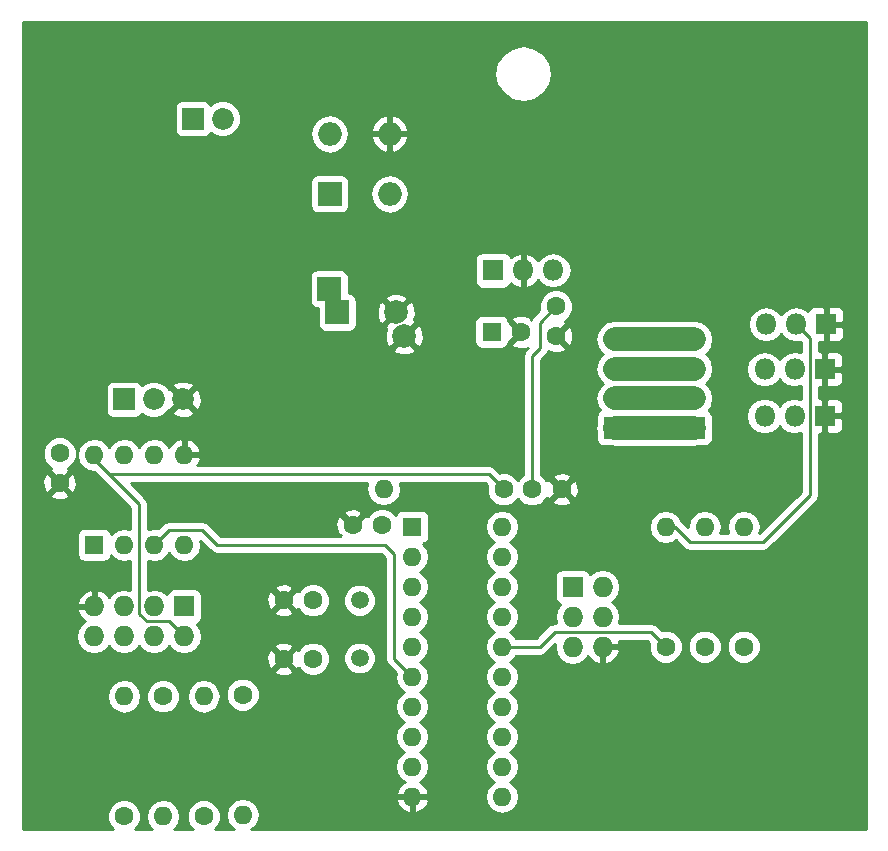
<source format=gbr>
G04 #@! TF.FileFunction,Copper,L1,Top,Signal*
%FSLAX46Y46*%
G04 Gerber Fmt 4.6, Leading zero omitted, Abs format (unit mm)*
G04 Created by KiCad (PCBNEW 4.0.7) date 03/17/18 14:29:31*
%MOMM*%
%LPD*%
G01*
G04 APERTURE LIST*
%ADD10C,0.100000*%
%ADD11R,1.850000X1.850000*%
%ADD12C,1.850000*%
%ADD13R,1.727200X1.727200*%
%ADD14O,1.727200X1.727200*%
%ADD15C,1.600000*%
%ADD16R,2.000000X2.000000*%
%ADD17C,2.000000*%
%ADD18R,1.600000X1.600000*%
%ADD19O,2.000000X2.000000*%
%ADD20O,1.600000X1.600000*%
%ADD21R,1.800000X1.800000*%
%ADD22O,1.800000X1.800000*%
%ADD23C,1.500000*%
%ADD24C,0.250000*%
%ADD25C,2.000000*%
%ADD26C,0.254000*%
G04 APERTURE END LIST*
D10*
D11*
X211836000Y-99314000D03*
D12*
X211836000Y-96814000D03*
X211836000Y-94314000D03*
X211836000Y-91814000D03*
D13*
X168656000Y-114427000D03*
D14*
X168656000Y-116967000D03*
X166116000Y-114427000D03*
X166116000Y-116967000D03*
X163576000Y-114427000D03*
X163576000Y-116967000D03*
X161036000Y-114427000D03*
X161036000Y-116967000D03*
D15*
X179578000Y-113919000D03*
X177078000Y-113919000D03*
X179578000Y-118872000D03*
X177078000Y-118872000D03*
X185420000Y-107569000D03*
X182920000Y-107569000D03*
X198120000Y-104521000D03*
X200620000Y-104521000D03*
D16*
X181610000Y-89535000D03*
D17*
X186610000Y-89535000D03*
D16*
X180937856Y-87535000D03*
D17*
X187282144Y-91535000D03*
D18*
X194691000Y-91186000D03*
D15*
X197191000Y-91186000D03*
X200152000Y-89027000D03*
X200152000Y-91527000D03*
X158115000Y-101473000D03*
X158115000Y-103973000D03*
D19*
X180975000Y-74422000D03*
X186055000Y-79502000D03*
X186055000Y-74422000D03*
D16*
X180975000Y-79502000D03*
D11*
X169418000Y-73152000D03*
D12*
X171918000Y-73152000D03*
D13*
X201549000Y-112776000D03*
D14*
X204089000Y-112776000D03*
X201549000Y-115316000D03*
X204089000Y-115316000D03*
X201549000Y-117856000D03*
X204089000Y-117856000D03*
D11*
X163576000Y-96901000D03*
D12*
X166076000Y-96901000D03*
X168576000Y-96901000D03*
D11*
X205105000Y-99314000D03*
D12*
X205105000Y-96814000D03*
X205105000Y-94314000D03*
X205105000Y-91814000D03*
D15*
X166878000Y-122047000D03*
D20*
X166878000Y-132207000D03*
D15*
X173609000Y-121920000D03*
D20*
X173609000Y-132080000D03*
D15*
X195707000Y-104521000D03*
D20*
X185547000Y-104521000D03*
D15*
X170307000Y-132207000D03*
D20*
X170307000Y-122047000D03*
D15*
X163576000Y-132207000D03*
D20*
X163576000Y-122047000D03*
D15*
X216027000Y-117856000D03*
D20*
X216027000Y-107696000D03*
D15*
X212725000Y-117856000D03*
D20*
X212725000Y-107696000D03*
D15*
X209423000Y-117856000D03*
D20*
X209423000Y-107696000D03*
D18*
X187960000Y-107696000D03*
D20*
X195580000Y-130556000D03*
X187960000Y-110236000D03*
X195580000Y-128016000D03*
X187960000Y-112776000D03*
X195580000Y-125476000D03*
X187960000Y-115316000D03*
X195580000Y-122936000D03*
X187960000Y-117856000D03*
X195580000Y-120396000D03*
X187960000Y-120396000D03*
X195580000Y-117856000D03*
X187960000Y-122936000D03*
X195580000Y-115316000D03*
X187960000Y-125476000D03*
X195580000Y-112776000D03*
X187960000Y-128016000D03*
X195580000Y-110236000D03*
X187960000Y-130556000D03*
X195580000Y-107696000D03*
D21*
X194818000Y-85979000D03*
D22*
X197358000Y-85979000D03*
X199898000Y-85979000D03*
D23*
X183515000Y-113919000D03*
X183515000Y-118799000D03*
D18*
X161036000Y-109220000D03*
D20*
X168656000Y-101600000D03*
X163576000Y-109220000D03*
X166116000Y-101600000D03*
X166116000Y-109220000D03*
X163576000Y-101600000D03*
X168656000Y-109220000D03*
X161036000Y-101600000D03*
D21*
X222885000Y-98298000D03*
D22*
X220345000Y-98298000D03*
X217805000Y-98298000D03*
D21*
X222885000Y-94361000D03*
D22*
X220345000Y-94361000D03*
X217805000Y-94361000D03*
D21*
X223012000Y-90551000D03*
D22*
X220472000Y-90551000D03*
X217932000Y-90551000D03*
D24*
X161036000Y-101600000D02*
X161036000Y-101981000D01*
X161036000Y-101981000D02*
X162306000Y-103251000D01*
X194437000Y-103251000D02*
X195707000Y-104521000D01*
X162306000Y-103251000D02*
X194437000Y-103251000D01*
X198120000Y-104521000D02*
X198120000Y-93218000D01*
X198755000Y-90424000D02*
X200152000Y-89027000D01*
X198755000Y-92583000D02*
X198755000Y-90424000D01*
X198120000Y-93218000D02*
X198755000Y-92583000D01*
X161036000Y-101981000D02*
X164846000Y-105791000D01*
X167386000Y-115697000D02*
X168656000Y-116967000D01*
X165481000Y-115697000D02*
X167386000Y-115697000D01*
X164846000Y-115062000D02*
X165481000Y-115697000D01*
X164846000Y-105791000D02*
X164846000Y-115062000D01*
D25*
X205105000Y-99314000D02*
X211836000Y-99314000D01*
X205105000Y-96814000D02*
X211836000Y-96814000D01*
X205105000Y-94314000D02*
X211836000Y-94314000D01*
X205105000Y-91814000D02*
X211836000Y-91814000D01*
D24*
X195580000Y-117856000D02*
X198755000Y-117856000D01*
X208153000Y-116586000D02*
X209423000Y-117856000D01*
X200025000Y-116586000D02*
X208153000Y-116586000D01*
X198755000Y-117856000D02*
X200025000Y-116586000D01*
X166116000Y-109220000D02*
X167386000Y-107950000D01*
X186436000Y-118872000D02*
X187960000Y-120396000D01*
X186436000Y-109982000D02*
X186436000Y-118872000D01*
X185674000Y-109220000D02*
X186436000Y-109982000D01*
X171450000Y-109220000D02*
X185674000Y-109220000D01*
X170180000Y-107950000D02*
X171450000Y-109220000D01*
X167386000Y-107950000D02*
X170180000Y-107950000D01*
X209423000Y-107696000D02*
X210185000Y-107696000D01*
X210185000Y-107696000D02*
X211455000Y-108966000D01*
X211455000Y-108966000D02*
X217678000Y-108966000D01*
X217678000Y-108966000D02*
X221615000Y-105029000D01*
X221615000Y-105029000D02*
X221615000Y-91694000D01*
X221615000Y-91694000D02*
X220472000Y-90551000D01*
D26*
G36*
X226391000Y-133300000D02*
X174358516Y-133300000D01*
X174623698Y-133122811D01*
X174934767Y-132657264D01*
X175044000Y-132108113D01*
X175044000Y-132051887D01*
X174934767Y-131502736D01*
X174623698Y-131037189D01*
X174425922Y-130905039D01*
X186568096Y-130905039D01*
X186728959Y-131293423D01*
X187104866Y-131708389D01*
X187610959Y-131947914D01*
X187833000Y-131826629D01*
X187833000Y-130683000D01*
X188087000Y-130683000D01*
X188087000Y-131826629D01*
X188309041Y-131947914D01*
X188815134Y-131708389D01*
X189191041Y-131293423D01*
X189351904Y-130905039D01*
X189229915Y-130683000D01*
X188087000Y-130683000D01*
X187833000Y-130683000D01*
X186690085Y-130683000D01*
X186568096Y-130905039D01*
X174425922Y-130905039D01*
X174158151Y-130726120D01*
X173609000Y-130616887D01*
X173059849Y-130726120D01*
X172594302Y-131037189D01*
X172283233Y-131502736D01*
X172174000Y-132051887D01*
X172174000Y-132108113D01*
X172283233Y-132657264D01*
X172594302Y-133122811D01*
X172859484Y-133300000D01*
X171243260Y-133300000D01*
X171522824Y-133020923D01*
X171741750Y-132493691D01*
X171742248Y-131922813D01*
X171524243Y-131395200D01*
X171120923Y-130991176D01*
X170593691Y-130772250D01*
X170022813Y-130771752D01*
X169495200Y-130989757D01*
X169091176Y-131393077D01*
X168872250Y-131920309D01*
X168871752Y-132491187D01*
X169089757Y-133018800D01*
X169370467Y-133300000D01*
X167817585Y-133300000D01*
X167892698Y-133249811D01*
X168203767Y-132784264D01*
X168313000Y-132235113D01*
X168313000Y-132178887D01*
X168203767Y-131629736D01*
X167892698Y-131164189D01*
X167427151Y-130853120D01*
X166878000Y-130743887D01*
X166328849Y-130853120D01*
X165863302Y-131164189D01*
X165552233Y-131629736D01*
X165443000Y-132178887D01*
X165443000Y-132235113D01*
X165552233Y-132784264D01*
X165863302Y-133249811D01*
X165938415Y-133300000D01*
X164512260Y-133300000D01*
X164791824Y-133020923D01*
X165010750Y-132493691D01*
X165011248Y-131922813D01*
X164793243Y-131395200D01*
X164389923Y-130991176D01*
X163862691Y-130772250D01*
X163291813Y-130771752D01*
X162764200Y-130989757D01*
X162360176Y-131393077D01*
X162141250Y-131920309D01*
X162140752Y-132491187D01*
X162358757Y-133018800D01*
X162639467Y-133300000D01*
X154990000Y-133300000D01*
X154990000Y-122018887D01*
X162141000Y-122018887D01*
X162141000Y-122075113D01*
X162250233Y-122624264D01*
X162561302Y-123089811D01*
X163026849Y-123400880D01*
X163576000Y-123510113D01*
X164125151Y-123400880D01*
X164590698Y-123089811D01*
X164901767Y-122624264D01*
X164960063Y-122331187D01*
X165442752Y-122331187D01*
X165660757Y-122858800D01*
X166064077Y-123262824D01*
X166591309Y-123481750D01*
X167162187Y-123482248D01*
X167689800Y-123264243D01*
X168093824Y-122860923D01*
X168312750Y-122333691D01*
X168313024Y-122018887D01*
X168872000Y-122018887D01*
X168872000Y-122075113D01*
X168981233Y-122624264D01*
X169292302Y-123089811D01*
X169757849Y-123400880D01*
X170307000Y-123510113D01*
X170856151Y-123400880D01*
X171321698Y-123089811D01*
X171632767Y-122624264D01*
X171716325Y-122204187D01*
X172173752Y-122204187D01*
X172391757Y-122731800D01*
X172795077Y-123135824D01*
X173322309Y-123354750D01*
X173893187Y-123355248D01*
X174420800Y-123137243D01*
X174824824Y-122733923D01*
X175043750Y-122206691D01*
X175044248Y-121635813D01*
X174826243Y-121108200D01*
X174422923Y-120704176D01*
X173895691Y-120485250D01*
X173324813Y-120484752D01*
X172797200Y-120702757D01*
X172393176Y-121106077D01*
X172174250Y-121633309D01*
X172173752Y-122204187D01*
X171716325Y-122204187D01*
X171742000Y-122075113D01*
X171742000Y-122018887D01*
X171632767Y-121469736D01*
X171321698Y-121004189D01*
X170856151Y-120693120D01*
X170307000Y-120583887D01*
X169757849Y-120693120D01*
X169292302Y-121004189D01*
X168981233Y-121469736D01*
X168872000Y-122018887D01*
X168313024Y-122018887D01*
X168313248Y-121762813D01*
X168095243Y-121235200D01*
X167691923Y-120831176D01*
X167164691Y-120612250D01*
X166593813Y-120611752D01*
X166066200Y-120829757D01*
X165662176Y-121233077D01*
X165443250Y-121760309D01*
X165442752Y-122331187D01*
X164960063Y-122331187D01*
X165011000Y-122075113D01*
X165011000Y-122018887D01*
X164901767Y-121469736D01*
X164590698Y-121004189D01*
X164125151Y-120693120D01*
X163576000Y-120583887D01*
X163026849Y-120693120D01*
X162561302Y-121004189D01*
X162250233Y-121469736D01*
X162141000Y-122018887D01*
X154990000Y-122018887D01*
X154990000Y-119879745D01*
X176249861Y-119879745D01*
X176323995Y-120125864D01*
X176861223Y-120318965D01*
X177431454Y-120291778D01*
X177832005Y-120125864D01*
X177906139Y-119879745D01*
X177078000Y-119051605D01*
X176249861Y-119879745D01*
X154990000Y-119879745D01*
X154990000Y-118655223D01*
X175631035Y-118655223D01*
X175658222Y-119225454D01*
X175824136Y-119626005D01*
X176070255Y-119700139D01*
X176898395Y-118872000D01*
X177257605Y-118872000D01*
X178085745Y-119700139D01*
X178331864Y-119626005D01*
X178334196Y-119619517D01*
X178360757Y-119683800D01*
X178764077Y-120087824D01*
X179291309Y-120306750D01*
X179862187Y-120307248D01*
X180389800Y-120089243D01*
X180793824Y-119685923D01*
X181012750Y-119158691D01*
X181012824Y-119073285D01*
X182129760Y-119073285D01*
X182340169Y-119582515D01*
X182729436Y-119972461D01*
X183238298Y-120183759D01*
X183789285Y-120184240D01*
X184298515Y-119973831D01*
X184688461Y-119584564D01*
X184899759Y-119075702D01*
X184900240Y-118524715D01*
X184689831Y-118015485D01*
X184300564Y-117625539D01*
X183791702Y-117414241D01*
X183240715Y-117413760D01*
X182731485Y-117624169D01*
X182341539Y-118013436D01*
X182130241Y-118522298D01*
X182129760Y-119073285D01*
X181012824Y-119073285D01*
X181013248Y-118587813D01*
X180795243Y-118060200D01*
X180391923Y-117656176D01*
X179864691Y-117437250D01*
X179293813Y-117436752D01*
X178766200Y-117654757D01*
X178362176Y-118058077D01*
X178334577Y-118124544D01*
X178331864Y-118117995D01*
X178085745Y-118043861D01*
X177257605Y-118872000D01*
X176898395Y-118872000D01*
X176070255Y-118043861D01*
X175824136Y-118117995D01*
X175631035Y-118655223D01*
X154990000Y-118655223D01*
X154990000Y-116967000D01*
X159508041Y-116967000D01*
X159622115Y-117540489D01*
X159946971Y-118026670D01*
X160433152Y-118351526D01*
X161006641Y-118465600D01*
X161065359Y-118465600D01*
X161638848Y-118351526D01*
X162125029Y-118026670D01*
X162306000Y-117755828D01*
X162486971Y-118026670D01*
X162973152Y-118351526D01*
X163546641Y-118465600D01*
X163605359Y-118465600D01*
X164178848Y-118351526D01*
X164665029Y-118026670D01*
X164846000Y-117755828D01*
X165026971Y-118026670D01*
X165513152Y-118351526D01*
X166086641Y-118465600D01*
X166145359Y-118465600D01*
X166718848Y-118351526D01*
X167205029Y-118026670D01*
X167386000Y-117755828D01*
X167566971Y-118026670D01*
X168053152Y-118351526D01*
X168626641Y-118465600D01*
X168685359Y-118465600D01*
X169258848Y-118351526D01*
X169745029Y-118026670D01*
X169853551Y-117864255D01*
X176249861Y-117864255D01*
X177078000Y-118692395D01*
X177906139Y-117864255D01*
X177832005Y-117618136D01*
X177294777Y-117425035D01*
X176724546Y-117452222D01*
X176323995Y-117618136D01*
X176249861Y-117864255D01*
X169853551Y-117864255D01*
X170069885Y-117540489D01*
X170183959Y-116967000D01*
X170069885Y-116393511D01*
X169745029Y-115907330D01*
X169731358Y-115898195D01*
X169754917Y-115893762D01*
X169971041Y-115754690D01*
X170116031Y-115542490D01*
X170167040Y-115290600D01*
X170167040Y-114926745D01*
X176249861Y-114926745D01*
X176323995Y-115172864D01*
X176861223Y-115365965D01*
X177431454Y-115338778D01*
X177832005Y-115172864D01*
X177906139Y-114926745D01*
X177078000Y-114098605D01*
X176249861Y-114926745D01*
X170167040Y-114926745D01*
X170167040Y-113702223D01*
X175631035Y-113702223D01*
X175658222Y-114272454D01*
X175824136Y-114673005D01*
X176070255Y-114747139D01*
X176898395Y-113919000D01*
X177257605Y-113919000D01*
X178085745Y-114747139D01*
X178331864Y-114673005D01*
X178334196Y-114666517D01*
X178360757Y-114730800D01*
X178764077Y-115134824D01*
X179291309Y-115353750D01*
X179862187Y-115354248D01*
X180389800Y-115136243D01*
X180793824Y-114732923D01*
X181012750Y-114205691D01*
X181012760Y-114193285D01*
X182129760Y-114193285D01*
X182340169Y-114702515D01*
X182729436Y-115092461D01*
X183238298Y-115303759D01*
X183789285Y-115304240D01*
X184298515Y-115093831D01*
X184688461Y-114704564D01*
X184899759Y-114195702D01*
X184900240Y-113644715D01*
X184689831Y-113135485D01*
X184300564Y-112745539D01*
X183791702Y-112534241D01*
X183240715Y-112533760D01*
X182731485Y-112744169D01*
X182341539Y-113133436D01*
X182130241Y-113642298D01*
X182129760Y-114193285D01*
X181012760Y-114193285D01*
X181013248Y-113634813D01*
X180795243Y-113107200D01*
X180391923Y-112703176D01*
X179864691Y-112484250D01*
X179293813Y-112483752D01*
X178766200Y-112701757D01*
X178362176Y-113105077D01*
X178334577Y-113171544D01*
X178331864Y-113164995D01*
X178085745Y-113090861D01*
X177257605Y-113919000D01*
X176898395Y-113919000D01*
X176070255Y-113090861D01*
X175824136Y-113164995D01*
X175631035Y-113702223D01*
X170167040Y-113702223D01*
X170167040Y-113563400D01*
X170122762Y-113328083D01*
X169983690Y-113111959D01*
X169771490Y-112966969D01*
X169519600Y-112915960D01*
X167792400Y-112915960D01*
X167557083Y-112960238D01*
X167340959Y-113099310D01*
X167195969Y-113311510D01*
X167187092Y-113355345D01*
X166718848Y-113042474D01*
X166145359Y-112928400D01*
X166086641Y-112928400D01*
X165606000Y-113024005D01*
X165606000Y-112911255D01*
X176249861Y-112911255D01*
X177078000Y-113739395D01*
X177906139Y-112911255D01*
X177832005Y-112665136D01*
X177294777Y-112472035D01*
X176724546Y-112499222D01*
X176323995Y-112665136D01*
X176249861Y-112911255D01*
X165606000Y-112911255D01*
X165606000Y-110581668D01*
X166116000Y-110683113D01*
X166665151Y-110573880D01*
X167130698Y-110262811D01*
X167386000Y-109880725D01*
X167641302Y-110262811D01*
X168106849Y-110573880D01*
X168656000Y-110683113D01*
X169205151Y-110573880D01*
X169670698Y-110262811D01*
X169981767Y-109797264D01*
X170091000Y-109248113D01*
X170091000Y-109191887D01*
X170027413Y-108872215D01*
X170912599Y-109757401D01*
X171159160Y-109922148D01*
X171450000Y-109980000D01*
X185359198Y-109980000D01*
X185676000Y-110296802D01*
X185676000Y-118872000D01*
X185733852Y-119162839D01*
X185898599Y-119409401D01*
X186561312Y-120072114D01*
X186496887Y-120396000D01*
X186606120Y-120945151D01*
X186917189Y-121410698D01*
X187299275Y-121666000D01*
X186917189Y-121921302D01*
X186606120Y-122386849D01*
X186496887Y-122936000D01*
X186606120Y-123485151D01*
X186917189Y-123950698D01*
X187299275Y-124206000D01*
X186917189Y-124461302D01*
X186606120Y-124926849D01*
X186496887Y-125476000D01*
X186606120Y-126025151D01*
X186917189Y-126490698D01*
X187299275Y-126746000D01*
X186917189Y-127001302D01*
X186606120Y-127466849D01*
X186496887Y-128016000D01*
X186606120Y-128565151D01*
X186917189Y-129030698D01*
X187321703Y-129300986D01*
X187104866Y-129403611D01*
X186728959Y-129818577D01*
X186568096Y-130206961D01*
X186690085Y-130429000D01*
X187833000Y-130429000D01*
X187833000Y-130409000D01*
X188087000Y-130409000D01*
X188087000Y-130429000D01*
X189229915Y-130429000D01*
X189351904Y-130206961D01*
X189191041Y-129818577D01*
X188815134Y-129403611D01*
X188598297Y-129300986D01*
X189002811Y-129030698D01*
X189313880Y-128565151D01*
X189423113Y-128016000D01*
X189313880Y-127466849D01*
X189002811Y-127001302D01*
X188620725Y-126746000D01*
X189002811Y-126490698D01*
X189313880Y-126025151D01*
X189423113Y-125476000D01*
X189313880Y-124926849D01*
X189002811Y-124461302D01*
X188620725Y-124206000D01*
X189002811Y-123950698D01*
X189313880Y-123485151D01*
X189423113Y-122936000D01*
X189313880Y-122386849D01*
X189002811Y-121921302D01*
X188620725Y-121666000D01*
X189002811Y-121410698D01*
X189313880Y-120945151D01*
X189423113Y-120396000D01*
X189313880Y-119846849D01*
X189002811Y-119381302D01*
X188620725Y-119126000D01*
X189002811Y-118870698D01*
X189313880Y-118405151D01*
X189423113Y-117856000D01*
X189313880Y-117306849D01*
X189002811Y-116841302D01*
X188620725Y-116586000D01*
X189002811Y-116330698D01*
X189313880Y-115865151D01*
X189423113Y-115316000D01*
X189313880Y-114766849D01*
X189002811Y-114301302D01*
X188620725Y-114046000D01*
X189002811Y-113790698D01*
X189313880Y-113325151D01*
X189423113Y-112776000D01*
X189313880Y-112226849D01*
X189002811Y-111761302D01*
X188620725Y-111506000D01*
X189002811Y-111250698D01*
X189313880Y-110785151D01*
X189423113Y-110236000D01*
X189313880Y-109686849D01*
X189002811Y-109221302D01*
X188858535Y-109124899D01*
X188995317Y-109099162D01*
X189211441Y-108960090D01*
X189356431Y-108747890D01*
X189407440Y-108496000D01*
X189407440Y-107696000D01*
X194116887Y-107696000D01*
X194226120Y-108245151D01*
X194537189Y-108710698D01*
X194919275Y-108966000D01*
X194537189Y-109221302D01*
X194226120Y-109686849D01*
X194116887Y-110236000D01*
X194226120Y-110785151D01*
X194537189Y-111250698D01*
X194919275Y-111506000D01*
X194537189Y-111761302D01*
X194226120Y-112226849D01*
X194116887Y-112776000D01*
X194226120Y-113325151D01*
X194537189Y-113790698D01*
X194919275Y-114046000D01*
X194537189Y-114301302D01*
X194226120Y-114766849D01*
X194116887Y-115316000D01*
X194226120Y-115865151D01*
X194537189Y-116330698D01*
X194919275Y-116586000D01*
X194537189Y-116841302D01*
X194226120Y-117306849D01*
X194116887Y-117856000D01*
X194226120Y-118405151D01*
X194537189Y-118870698D01*
X194919275Y-119126000D01*
X194537189Y-119381302D01*
X194226120Y-119846849D01*
X194116887Y-120396000D01*
X194226120Y-120945151D01*
X194537189Y-121410698D01*
X194919275Y-121666000D01*
X194537189Y-121921302D01*
X194226120Y-122386849D01*
X194116887Y-122936000D01*
X194226120Y-123485151D01*
X194537189Y-123950698D01*
X194919275Y-124206000D01*
X194537189Y-124461302D01*
X194226120Y-124926849D01*
X194116887Y-125476000D01*
X194226120Y-126025151D01*
X194537189Y-126490698D01*
X194919275Y-126746000D01*
X194537189Y-127001302D01*
X194226120Y-127466849D01*
X194116887Y-128016000D01*
X194226120Y-128565151D01*
X194537189Y-129030698D01*
X194919275Y-129286000D01*
X194537189Y-129541302D01*
X194226120Y-130006849D01*
X194116887Y-130556000D01*
X194226120Y-131105151D01*
X194537189Y-131570698D01*
X195002736Y-131881767D01*
X195551887Y-131991000D01*
X195608113Y-131991000D01*
X196157264Y-131881767D01*
X196622811Y-131570698D01*
X196933880Y-131105151D01*
X197043113Y-130556000D01*
X196933880Y-130006849D01*
X196622811Y-129541302D01*
X196240725Y-129286000D01*
X196622811Y-129030698D01*
X196933880Y-128565151D01*
X197043113Y-128016000D01*
X196933880Y-127466849D01*
X196622811Y-127001302D01*
X196240725Y-126746000D01*
X196622811Y-126490698D01*
X196933880Y-126025151D01*
X197043113Y-125476000D01*
X196933880Y-124926849D01*
X196622811Y-124461302D01*
X196240725Y-124206000D01*
X196622811Y-123950698D01*
X196933880Y-123485151D01*
X197043113Y-122936000D01*
X196933880Y-122386849D01*
X196622811Y-121921302D01*
X196240725Y-121666000D01*
X196622811Y-121410698D01*
X196933880Y-120945151D01*
X197043113Y-120396000D01*
X196933880Y-119846849D01*
X196622811Y-119381302D01*
X196240725Y-119126000D01*
X196622811Y-118870698D01*
X196792995Y-118616000D01*
X198755000Y-118616000D01*
X199045839Y-118558148D01*
X199292401Y-118393401D01*
X200097885Y-117587917D01*
X200050400Y-117826641D01*
X200050400Y-117885359D01*
X200164474Y-118458848D01*
X200489330Y-118945029D01*
X200975511Y-119269885D01*
X201549000Y-119383959D01*
X202122489Y-119269885D01*
X202608670Y-118945029D01*
X202824664Y-118621772D01*
X202882179Y-118744490D01*
X203314053Y-119138688D01*
X203729974Y-119310958D01*
X203962000Y-119189817D01*
X203962000Y-117983000D01*
X204216000Y-117983000D01*
X204216000Y-119189817D01*
X204448026Y-119310958D01*
X204863947Y-119138688D01*
X205295821Y-118744490D01*
X205543968Y-118215027D01*
X205423469Y-117983000D01*
X204216000Y-117983000D01*
X203962000Y-117983000D01*
X203942000Y-117983000D01*
X203942000Y-117729000D01*
X203962000Y-117729000D01*
X203962000Y-117709000D01*
X204216000Y-117709000D01*
X204216000Y-117729000D01*
X205423469Y-117729000D01*
X205543968Y-117496973D01*
X205473210Y-117346000D01*
X207838198Y-117346000D01*
X208009744Y-117517546D01*
X207988250Y-117569309D01*
X207987752Y-118140187D01*
X208205757Y-118667800D01*
X208609077Y-119071824D01*
X209136309Y-119290750D01*
X209707187Y-119291248D01*
X210234800Y-119073243D01*
X210638824Y-118669923D01*
X210857750Y-118142691D01*
X210857752Y-118140187D01*
X211289752Y-118140187D01*
X211507757Y-118667800D01*
X211911077Y-119071824D01*
X212438309Y-119290750D01*
X213009187Y-119291248D01*
X213536800Y-119073243D01*
X213940824Y-118669923D01*
X214159750Y-118142691D01*
X214159752Y-118140187D01*
X214591752Y-118140187D01*
X214809757Y-118667800D01*
X215213077Y-119071824D01*
X215740309Y-119290750D01*
X216311187Y-119291248D01*
X216838800Y-119073243D01*
X217242824Y-118669923D01*
X217461750Y-118142691D01*
X217462248Y-117571813D01*
X217244243Y-117044200D01*
X216840923Y-116640176D01*
X216313691Y-116421250D01*
X215742813Y-116420752D01*
X215215200Y-116638757D01*
X214811176Y-117042077D01*
X214592250Y-117569309D01*
X214591752Y-118140187D01*
X214159752Y-118140187D01*
X214160248Y-117571813D01*
X213942243Y-117044200D01*
X213538923Y-116640176D01*
X213011691Y-116421250D01*
X212440813Y-116420752D01*
X211913200Y-116638757D01*
X211509176Y-117042077D01*
X211290250Y-117569309D01*
X211289752Y-118140187D01*
X210857752Y-118140187D01*
X210858248Y-117571813D01*
X210640243Y-117044200D01*
X210236923Y-116640176D01*
X209709691Y-116421250D01*
X209138813Y-116420752D01*
X209084851Y-116443049D01*
X208690401Y-116048599D01*
X208443839Y-115883852D01*
X208153000Y-115826000D01*
X205491995Y-115826000D01*
X205587600Y-115345359D01*
X205587600Y-115286641D01*
X205473526Y-114713152D01*
X205148670Y-114226971D01*
X204877828Y-114046000D01*
X205148670Y-113865029D01*
X205473526Y-113378848D01*
X205587600Y-112805359D01*
X205587600Y-112746641D01*
X205473526Y-112173152D01*
X205148670Y-111686971D01*
X204662489Y-111362115D01*
X204089000Y-111248041D01*
X203515511Y-111362115D01*
X203029330Y-111686971D01*
X203020195Y-111700642D01*
X203015762Y-111677083D01*
X202876690Y-111460959D01*
X202664490Y-111315969D01*
X202412600Y-111264960D01*
X200685400Y-111264960D01*
X200450083Y-111309238D01*
X200233959Y-111448310D01*
X200088969Y-111660510D01*
X200037960Y-111912400D01*
X200037960Y-113639600D01*
X200082238Y-113874917D01*
X200221310Y-114091041D01*
X200433510Y-114236031D01*
X200477345Y-114244908D01*
X200164474Y-114713152D01*
X200050400Y-115286641D01*
X200050400Y-115345359D01*
X200146005Y-115826000D01*
X200025000Y-115826000D01*
X199734160Y-115883852D01*
X199487599Y-116048599D01*
X198440198Y-117096000D01*
X196792995Y-117096000D01*
X196622811Y-116841302D01*
X196240725Y-116586000D01*
X196622811Y-116330698D01*
X196933880Y-115865151D01*
X197043113Y-115316000D01*
X196933880Y-114766849D01*
X196622811Y-114301302D01*
X196240725Y-114046000D01*
X196622811Y-113790698D01*
X196933880Y-113325151D01*
X197043113Y-112776000D01*
X196933880Y-112226849D01*
X196622811Y-111761302D01*
X196240725Y-111506000D01*
X196622811Y-111250698D01*
X196933880Y-110785151D01*
X197043113Y-110236000D01*
X196933880Y-109686849D01*
X196622811Y-109221302D01*
X196240725Y-108966000D01*
X196622811Y-108710698D01*
X196933880Y-108245151D01*
X197043113Y-107696000D01*
X197037521Y-107667887D01*
X207988000Y-107667887D01*
X207988000Y-107724113D01*
X208097233Y-108273264D01*
X208408302Y-108738811D01*
X208873849Y-109049880D01*
X209423000Y-109159113D01*
X209972151Y-109049880D01*
X210267040Y-108852842D01*
X210917599Y-109503401D01*
X211164160Y-109668148D01*
X211455000Y-109726000D01*
X217678000Y-109726000D01*
X217968839Y-109668148D01*
X218215401Y-109503401D01*
X222152401Y-105566401D01*
X222317148Y-105319839D01*
X222375000Y-105029000D01*
X222375000Y-99833000D01*
X222599250Y-99833000D01*
X222758000Y-99674250D01*
X222758000Y-98425000D01*
X223012000Y-98425000D01*
X223012000Y-99674250D01*
X223170750Y-99833000D01*
X223911309Y-99833000D01*
X224144698Y-99736327D01*
X224323327Y-99557699D01*
X224420000Y-99324310D01*
X224420000Y-98583750D01*
X224261250Y-98425000D01*
X223012000Y-98425000D01*
X222758000Y-98425000D01*
X222738000Y-98425000D01*
X222738000Y-98171000D01*
X222758000Y-98171000D01*
X222758000Y-96921750D01*
X223012000Y-96921750D01*
X223012000Y-98171000D01*
X224261250Y-98171000D01*
X224420000Y-98012250D01*
X224420000Y-97271690D01*
X224323327Y-97038301D01*
X224144698Y-96859673D01*
X223911309Y-96763000D01*
X223170750Y-96763000D01*
X223012000Y-96921750D01*
X222758000Y-96921750D01*
X222599250Y-96763000D01*
X222375000Y-96763000D01*
X222375000Y-95896000D01*
X222599250Y-95896000D01*
X222758000Y-95737250D01*
X222758000Y-94488000D01*
X223012000Y-94488000D01*
X223012000Y-95737250D01*
X223170750Y-95896000D01*
X223911309Y-95896000D01*
X224144698Y-95799327D01*
X224323327Y-95620699D01*
X224420000Y-95387310D01*
X224420000Y-94646750D01*
X224261250Y-94488000D01*
X223012000Y-94488000D01*
X222758000Y-94488000D01*
X222738000Y-94488000D01*
X222738000Y-94234000D01*
X222758000Y-94234000D01*
X222758000Y-92984750D01*
X223012000Y-92984750D01*
X223012000Y-94234000D01*
X224261250Y-94234000D01*
X224420000Y-94075250D01*
X224420000Y-93334690D01*
X224323327Y-93101301D01*
X224144698Y-92922673D01*
X223911309Y-92826000D01*
X223170750Y-92826000D01*
X223012000Y-92984750D01*
X222758000Y-92984750D01*
X222599250Y-92826000D01*
X222375000Y-92826000D01*
X222375000Y-92086000D01*
X222726250Y-92086000D01*
X222885000Y-91927250D01*
X222885000Y-90678000D01*
X223139000Y-90678000D01*
X223139000Y-91927250D01*
X223297750Y-92086000D01*
X224038309Y-92086000D01*
X224271698Y-91989327D01*
X224450327Y-91810699D01*
X224547000Y-91577310D01*
X224547000Y-90836750D01*
X224388250Y-90678000D01*
X223139000Y-90678000D01*
X222885000Y-90678000D01*
X222865000Y-90678000D01*
X222865000Y-90424000D01*
X222885000Y-90424000D01*
X222885000Y-89174750D01*
X223139000Y-89174750D01*
X223139000Y-90424000D01*
X224388250Y-90424000D01*
X224547000Y-90265250D01*
X224547000Y-89524690D01*
X224450327Y-89291301D01*
X224271698Y-89112673D01*
X224038309Y-89016000D01*
X223297750Y-89016000D01*
X223139000Y-89174750D01*
X222885000Y-89174750D01*
X222726250Y-89016000D01*
X221985691Y-89016000D01*
X221752302Y-89112673D01*
X221573673Y-89291301D01*
X221520122Y-89420583D01*
X221089491Y-89132845D01*
X220502072Y-89016000D01*
X220441928Y-89016000D01*
X219854509Y-89132845D01*
X219356519Y-89465591D01*
X219202000Y-89696845D01*
X219047481Y-89465591D01*
X218549491Y-89132845D01*
X217962072Y-89016000D01*
X217901928Y-89016000D01*
X217314509Y-89132845D01*
X216816519Y-89465591D01*
X216483773Y-89963581D01*
X216366928Y-90551000D01*
X216483773Y-91138419D01*
X216816519Y-91636409D01*
X217314509Y-91969155D01*
X217901928Y-92086000D01*
X217962072Y-92086000D01*
X218549491Y-91969155D01*
X219047481Y-91636409D01*
X219202000Y-91405155D01*
X219356519Y-91636409D01*
X219854509Y-91969155D01*
X220441928Y-92086000D01*
X220502072Y-92086000D01*
X220855000Y-92015798D01*
X220855000Y-92921464D01*
X220375072Y-92826000D01*
X220314928Y-92826000D01*
X219727509Y-92942845D01*
X219229519Y-93275591D01*
X219075000Y-93506845D01*
X218920481Y-93275591D01*
X218422491Y-92942845D01*
X217835072Y-92826000D01*
X217774928Y-92826000D01*
X217187509Y-92942845D01*
X216689519Y-93275591D01*
X216356773Y-93773581D01*
X216239928Y-94361000D01*
X216356773Y-94948419D01*
X216689519Y-95446409D01*
X217187509Y-95779155D01*
X217774928Y-95896000D01*
X217835072Y-95896000D01*
X218422491Y-95779155D01*
X218920481Y-95446409D01*
X219075000Y-95215155D01*
X219229519Y-95446409D01*
X219727509Y-95779155D01*
X220314928Y-95896000D01*
X220375072Y-95896000D01*
X220855000Y-95800536D01*
X220855000Y-96858464D01*
X220375072Y-96763000D01*
X220314928Y-96763000D01*
X219727509Y-96879845D01*
X219229519Y-97212591D01*
X219075000Y-97443845D01*
X218920481Y-97212591D01*
X218422491Y-96879845D01*
X217835072Y-96763000D01*
X217774928Y-96763000D01*
X217187509Y-96879845D01*
X216689519Y-97212591D01*
X216356773Y-97710581D01*
X216239928Y-98298000D01*
X216356773Y-98885419D01*
X216689519Y-99383409D01*
X217187509Y-99716155D01*
X217774928Y-99833000D01*
X217835072Y-99833000D01*
X218422491Y-99716155D01*
X218920481Y-99383409D01*
X219075000Y-99152155D01*
X219229519Y-99383409D01*
X219727509Y-99716155D01*
X220314928Y-99833000D01*
X220375072Y-99833000D01*
X220855000Y-99737536D01*
X220855000Y-104714198D01*
X217366879Y-108202319D01*
X217462000Y-107724113D01*
X217462000Y-107667887D01*
X217352767Y-107118736D01*
X217041698Y-106653189D01*
X216576151Y-106342120D01*
X216027000Y-106232887D01*
X215477849Y-106342120D01*
X215012302Y-106653189D01*
X214701233Y-107118736D01*
X214592000Y-107667887D01*
X214592000Y-107724113D01*
X214687853Y-108206000D01*
X214064147Y-108206000D01*
X214160000Y-107724113D01*
X214160000Y-107667887D01*
X214050767Y-107118736D01*
X213739698Y-106653189D01*
X213274151Y-106342120D01*
X212725000Y-106232887D01*
X212175849Y-106342120D01*
X211710302Y-106653189D01*
X211399233Y-107118736D01*
X211290000Y-107667887D01*
X211290000Y-107724113D01*
X211290518Y-107726716D01*
X210765212Y-107201410D01*
X210748767Y-107118736D01*
X210437698Y-106653189D01*
X209972151Y-106342120D01*
X209423000Y-106232887D01*
X208873849Y-106342120D01*
X208408302Y-106653189D01*
X208097233Y-107118736D01*
X207988000Y-107667887D01*
X197037521Y-107667887D01*
X196933880Y-107146849D01*
X196622811Y-106681302D01*
X196157264Y-106370233D01*
X195608113Y-106261000D01*
X195551887Y-106261000D01*
X195002736Y-106370233D01*
X194537189Y-106681302D01*
X194226120Y-107146849D01*
X194116887Y-107696000D01*
X189407440Y-107696000D01*
X189407440Y-106896000D01*
X189363162Y-106660683D01*
X189224090Y-106444559D01*
X189011890Y-106299569D01*
X188760000Y-106248560D01*
X187160000Y-106248560D01*
X186924683Y-106292838D01*
X186708559Y-106431910D01*
X186563569Y-106644110D01*
X186556955Y-106676772D01*
X186233923Y-106353176D01*
X185706691Y-106134250D01*
X185135813Y-106133752D01*
X184608200Y-106351757D01*
X184204176Y-106755077D01*
X184176577Y-106821544D01*
X184173864Y-106814995D01*
X183927745Y-106740861D01*
X183099605Y-107569000D01*
X183113748Y-107583142D01*
X182934142Y-107762748D01*
X182920000Y-107748605D01*
X182905858Y-107762748D01*
X182726252Y-107583142D01*
X182740395Y-107569000D01*
X181912255Y-106740861D01*
X181666136Y-106814995D01*
X181473035Y-107352223D01*
X181500222Y-107922454D01*
X181666136Y-108323005D01*
X181912253Y-108397139D01*
X181849392Y-108460000D01*
X171764802Y-108460000D01*
X170717401Y-107412599D01*
X170470839Y-107247852D01*
X170180000Y-107190000D01*
X167386000Y-107190000D01*
X167095160Y-107247852D01*
X166848599Y-107412599D01*
X166439886Y-107821312D01*
X166116000Y-107756887D01*
X165606000Y-107858332D01*
X165606000Y-106561255D01*
X182091861Y-106561255D01*
X182920000Y-107389395D01*
X183748139Y-106561255D01*
X183674005Y-106315136D01*
X183136777Y-106122035D01*
X182566546Y-106149222D01*
X182165995Y-106315136D01*
X182091861Y-106561255D01*
X165606000Y-106561255D01*
X165606000Y-105791000D01*
X165548148Y-105500161D01*
X165383401Y-105253599D01*
X164140802Y-104011000D01*
X184185332Y-104011000D01*
X184083887Y-104521000D01*
X184193120Y-105070151D01*
X184504189Y-105535698D01*
X184969736Y-105846767D01*
X185518887Y-105956000D01*
X185575113Y-105956000D01*
X186124264Y-105846767D01*
X186589811Y-105535698D01*
X186900880Y-105070151D01*
X187010113Y-104521000D01*
X186908668Y-104011000D01*
X194122198Y-104011000D01*
X194293744Y-104182546D01*
X194272250Y-104234309D01*
X194271752Y-104805187D01*
X194489757Y-105332800D01*
X194893077Y-105736824D01*
X195420309Y-105955750D01*
X195991187Y-105956248D01*
X196518800Y-105738243D01*
X196913835Y-105343897D01*
X197306077Y-105736824D01*
X197833309Y-105955750D01*
X198404187Y-105956248D01*
X198931800Y-105738243D01*
X199141663Y-105528745D01*
X199791861Y-105528745D01*
X199865995Y-105774864D01*
X200403223Y-105967965D01*
X200973454Y-105940778D01*
X201374005Y-105774864D01*
X201448139Y-105528745D01*
X200620000Y-104700605D01*
X199791861Y-105528745D01*
X199141663Y-105528745D01*
X199335824Y-105334923D01*
X199363423Y-105268456D01*
X199366136Y-105275005D01*
X199612255Y-105349139D01*
X200440395Y-104521000D01*
X200799605Y-104521000D01*
X201627745Y-105349139D01*
X201873864Y-105275005D01*
X202066965Y-104737777D01*
X202039778Y-104167546D01*
X201873864Y-103766995D01*
X201627745Y-103692861D01*
X200799605Y-104521000D01*
X200440395Y-104521000D01*
X199612255Y-103692861D01*
X199366136Y-103766995D01*
X199363804Y-103773483D01*
X199337243Y-103709200D01*
X199141640Y-103513255D01*
X199791861Y-103513255D01*
X200620000Y-104341395D01*
X201448139Y-103513255D01*
X201374005Y-103267136D01*
X200836777Y-103074035D01*
X200266546Y-103101222D01*
X199865995Y-103267136D01*
X199791861Y-103513255D01*
X199141640Y-103513255D01*
X198933923Y-103305176D01*
X198880000Y-103282785D01*
X198880000Y-93532802D01*
X199292401Y-93120401D01*
X199457148Y-92873839D01*
X199470461Y-92806911D01*
X199935223Y-92973965D01*
X200505454Y-92946778D01*
X200906005Y-92780864D01*
X200980139Y-92534745D01*
X200152000Y-91706605D01*
X200137858Y-91720748D01*
X199958252Y-91541142D01*
X199972395Y-91527000D01*
X200331605Y-91527000D01*
X201159745Y-92355139D01*
X201405864Y-92281005D01*
X201573724Y-91814000D01*
X203470000Y-91814000D01*
X203594457Y-92439687D01*
X203948880Y-92970120D01*
X204089382Y-93064000D01*
X203948880Y-93157880D01*
X203594457Y-93688313D01*
X203470000Y-94314000D01*
X203594457Y-94939687D01*
X203948880Y-95470120D01*
X204089382Y-95564000D01*
X203948880Y-95657880D01*
X203594457Y-96188313D01*
X203470000Y-96814000D01*
X203594457Y-97439687D01*
X203861509Y-97839359D01*
X203728559Y-97924910D01*
X203583569Y-98137110D01*
X203532560Y-98389000D01*
X203532560Y-98999490D01*
X203470000Y-99314000D01*
X203532560Y-99628510D01*
X203532560Y-100239000D01*
X203576838Y-100474317D01*
X203715910Y-100690441D01*
X203928110Y-100835431D01*
X204180000Y-100886440D01*
X204790490Y-100886440D01*
X205105000Y-100949000D01*
X211836000Y-100949000D01*
X212150510Y-100886440D01*
X212761000Y-100886440D01*
X212996317Y-100842162D01*
X213212441Y-100703090D01*
X213357431Y-100490890D01*
X213408440Y-100239000D01*
X213408440Y-99628510D01*
X213471000Y-99314000D01*
X213408440Y-98999490D01*
X213408440Y-98389000D01*
X213364162Y-98153683D01*
X213225090Y-97937559D01*
X213080080Y-97838478D01*
X213346543Y-97439687D01*
X213471000Y-96814000D01*
X213346543Y-96188313D01*
X212992120Y-95657880D01*
X212851618Y-95564000D01*
X212992120Y-95470120D01*
X213346543Y-94939687D01*
X213471000Y-94314000D01*
X213346543Y-93688313D01*
X212992120Y-93157880D01*
X212851618Y-93064000D01*
X212992120Y-92970120D01*
X213346543Y-92439687D01*
X213471000Y-91814000D01*
X213346543Y-91188313D01*
X212992120Y-90657880D01*
X212461687Y-90303457D01*
X211836000Y-90179000D01*
X205105000Y-90179000D01*
X204479313Y-90303457D01*
X203948880Y-90657880D01*
X203594457Y-91188313D01*
X203470000Y-91814000D01*
X201573724Y-91814000D01*
X201598965Y-91743777D01*
X201571778Y-91173546D01*
X201405864Y-90772995D01*
X201159745Y-90698861D01*
X200331605Y-91527000D01*
X199972395Y-91527000D01*
X199958252Y-91512858D01*
X200137858Y-91333252D01*
X200152000Y-91347395D01*
X200980139Y-90519255D01*
X200906005Y-90273136D01*
X200899517Y-90270804D01*
X200963800Y-90244243D01*
X201367824Y-89840923D01*
X201586750Y-89313691D01*
X201587248Y-88742813D01*
X201369243Y-88215200D01*
X200965923Y-87811176D01*
X200438691Y-87592250D01*
X199867813Y-87591752D01*
X199340200Y-87809757D01*
X198936176Y-88213077D01*
X198717250Y-88740309D01*
X198716752Y-89311187D01*
X198739049Y-89365149D01*
X198217599Y-89886599D01*
X198052852Y-90133161D01*
X198050027Y-90147365D01*
X198019139Y-90178253D01*
X197945005Y-89932136D01*
X197407777Y-89739035D01*
X196837546Y-89766222D01*
X196436995Y-89932136D01*
X196362861Y-90178255D01*
X197191000Y-91006395D01*
X197205142Y-90992252D01*
X197384748Y-91171858D01*
X197370605Y-91186000D01*
X197384748Y-91200142D01*
X197205142Y-91379748D01*
X197191000Y-91365605D01*
X196362861Y-92193745D01*
X196436995Y-92439864D01*
X196974223Y-92632965D01*
X197544454Y-92605778D01*
X197737299Y-92525899D01*
X197582599Y-92680599D01*
X197417852Y-92927161D01*
X197360000Y-93218000D01*
X197360000Y-103282354D01*
X197308200Y-103303757D01*
X196913165Y-103698103D01*
X196520923Y-103305176D01*
X195993691Y-103086250D01*
X195422813Y-103085752D01*
X195368851Y-103108049D01*
X194974401Y-102713599D01*
X194727839Y-102548852D01*
X194437000Y-102491000D01*
X169768796Y-102491000D01*
X169808389Y-102455134D01*
X170047914Y-101949041D01*
X169926629Y-101727000D01*
X168783000Y-101727000D01*
X168783000Y-101747000D01*
X168529000Y-101747000D01*
X168529000Y-101727000D01*
X168509000Y-101727000D01*
X168509000Y-101473000D01*
X168529000Y-101473000D01*
X168529000Y-100330085D01*
X168783000Y-100330085D01*
X168783000Y-101473000D01*
X169926629Y-101473000D01*
X170047914Y-101250959D01*
X169808389Y-100744866D01*
X169393423Y-100368959D01*
X169005039Y-100208096D01*
X168783000Y-100330085D01*
X168529000Y-100330085D01*
X168306961Y-100208096D01*
X167918577Y-100368959D01*
X167503611Y-100744866D01*
X167400986Y-100961703D01*
X167130698Y-100557189D01*
X166665151Y-100246120D01*
X166116000Y-100136887D01*
X165566849Y-100246120D01*
X165101302Y-100557189D01*
X164846000Y-100939275D01*
X164590698Y-100557189D01*
X164125151Y-100246120D01*
X163576000Y-100136887D01*
X163026849Y-100246120D01*
X162561302Y-100557189D01*
X162306000Y-100939275D01*
X162050698Y-100557189D01*
X161585151Y-100246120D01*
X161036000Y-100136887D01*
X160486849Y-100246120D01*
X160021302Y-100557189D01*
X159710233Y-101022736D01*
X159601000Y-101571887D01*
X159601000Y-101628113D01*
X159710233Y-102177264D01*
X160021302Y-102642811D01*
X160486849Y-102953880D01*
X161036000Y-103063113D01*
X161042098Y-103061900D01*
X164086000Y-106105802D01*
X164086000Y-107858332D01*
X163576000Y-107756887D01*
X163026849Y-107866120D01*
X162561302Y-108177189D01*
X162464899Y-108321465D01*
X162439162Y-108184683D01*
X162300090Y-107968559D01*
X162087890Y-107823569D01*
X161836000Y-107772560D01*
X160236000Y-107772560D01*
X160000683Y-107816838D01*
X159784559Y-107955910D01*
X159639569Y-108168110D01*
X159588560Y-108420000D01*
X159588560Y-110020000D01*
X159632838Y-110255317D01*
X159771910Y-110471441D01*
X159984110Y-110616431D01*
X160236000Y-110667440D01*
X161836000Y-110667440D01*
X162071317Y-110623162D01*
X162287441Y-110484090D01*
X162432431Y-110271890D01*
X162463815Y-110116911D01*
X162561302Y-110262811D01*
X163026849Y-110573880D01*
X163576000Y-110683113D01*
X164086000Y-110581668D01*
X164086000Y-113024005D01*
X163605359Y-112928400D01*
X163546641Y-112928400D01*
X162973152Y-113042474D01*
X162486971Y-113367330D01*
X162306008Y-113638161D01*
X161924490Y-113220179D01*
X161395027Y-112972032D01*
X161163000Y-113092531D01*
X161163000Y-114300000D01*
X161183000Y-114300000D01*
X161183000Y-114554000D01*
X161163000Y-114554000D01*
X161163000Y-114574000D01*
X160909000Y-114574000D01*
X160909000Y-114554000D01*
X159702183Y-114554000D01*
X159581042Y-114786026D01*
X159753312Y-115201947D01*
X160147510Y-115633821D01*
X160270228Y-115691336D01*
X159946971Y-115907330D01*
X159622115Y-116393511D01*
X159508041Y-116967000D01*
X154990000Y-116967000D01*
X154990000Y-114067974D01*
X159581042Y-114067974D01*
X159702183Y-114300000D01*
X160909000Y-114300000D01*
X160909000Y-113092531D01*
X160676973Y-112972032D01*
X160147510Y-113220179D01*
X159753312Y-113652053D01*
X159581042Y-114067974D01*
X154990000Y-114067974D01*
X154990000Y-104980745D01*
X157286861Y-104980745D01*
X157360995Y-105226864D01*
X157898223Y-105419965D01*
X158468454Y-105392778D01*
X158869005Y-105226864D01*
X158943139Y-104980745D01*
X158115000Y-104152605D01*
X157286861Y-104980745D01*
X154990000Y-104980745D01*
X154990000Y-103756223D01*
X156668035Y-103756223D01*
X156695222Y-104326454D01*
X156861136Y-104727005D01*
X157107255Y-104801139D01*
X157935395Y-103973000D01*
X158294605Y-103973000D01*
X159122745Y-104801139D01*
X159368864Y-104727005D01*
X159561965Y-104189777D01*
X159534778Y-103619546D01*
X159368864Y-103218995D01*
X159122745Y-103144861D01*
X158294605Y-103973000D01*
X157935395Y-103973000D01*
X157107255Y-103144861D01*
X156861136Y-103218995D01*
X156668035Y-103756223D01*
X154990000Y-103756223D01*
X154990000Y-101757187D01*
X156679752Y-101757187D01*
X156897757Y-102284800D01*
X157301077Y-102688824D01*
X157367544Y-102716423D01*
X157360995Y-102719136D01*
X157286861Y-102965255D01*
X158115000Y-103793395D01*
X158943139Y-102965255D01*
X158869005Y-102719136D01*
X158862517Y-102716804D01*
X158926800Y-102690243D01*
X159330824Y-102286923D01*
X159549750Y-101759691D01*
X159550248Y-101188813D01*
X159332243Y-100661200D01*
X158928923Y-100257176D01*
X158401691Y-100038250D01*
X157830813Y-100037752D01*
X157303200Y-100255757D01*
X156899176Y-100659077D01*
X156680250Y-101186309D01*
X156679752Y-101757187D01*
X154990000Y-101757187D01*
X154990000Y-95976000D01*
X162003560Y-95976000D01*
X162003560Y-97826000D01*
X162047838Y-98061317D01*
X162186910Y-98277441D01*
X162399110Y-98422431D01*
X162651000Y-98473440D01*
X164501000Y-98473440D01*
X164736317Y-98429162D01*
X164952441Y-98290090D01*
X165076771Y-98108126D01*
X165191177Y-98222732D01*
X165764336Y-98460728D01*
X166384942Y-98461270D01*
X166958514Y-98224275D01*
X167183926Y-97999256D01*
X167657349Y-97999256D01*
X167746821Y-98258332D01*
X168329368Y-98472325D01*
X168949461Y-98447097D01*
X169405179Y-98258332D01*
X169494651Y-97999256D01*
X168576000Y-97080605D01*
X167657349Y-97999256D01*
X167183926Y-97999256D01*
X167393121Y-97790426D01*
X167477744Y-97819651D01*
X168396395Y-96901000D01*
X168755605Y-96901000D01*
X169674256Y-97819651D01*
X169933332Y-97730179D01*
X170147325Y-97147632D01*
X170122097Y-96527539D01*
X169933332Y-96071821D01*
X169674256Y-95982349D01*
X168755605Y-96901000D01*
X168396395Y-96901000D01*
X167477744Y-95982349D01*
X167392566Y-96011765D01*
X167183910Y-95802744D01*
X167657349Y-95802744D01*
X168576000Y-96721395D01*
X169494651Y-95802744D01*
X169405179Y-95543668D01*
X168822632Y-95329675D01*
X168202539Y-95354903D01*
X167746821Y-95543668D01*
X167657349Y-95802744D01*
X167183910Y-95802744D01*
X166960823Y-95579268D01*
X166387664Y-95341272D01*
X165767058Y-95340730D01*
X165193486Y-95577725D01*
X165075251Y-95695754D01*
X164965090Y-95524559D01*
X164752890Y-95379569D01*
X164501000Y-95328560D01*
X162651000Y-95328560D01*
X162415683Y-95372838D01*
X162199559Y-95511910D01*
X162054569Y-95724110D01*
X162003560Y-95976000D01*
X154990000Y-95976000D01*
X154990000Y-92687532D01*
X186309217Y-92687532D01*
X186407880Y-92954387D01*
X187017605Y-93180908D01*
X187667604Y-93156856D01*
X188156408Y-92954387D01*
X188255071Y-92687532D01*
X187282144Y-91714605D01*
X186309217Y-92687532D01*
X154990000Y-92687532D01*
X154990000Y-91270461D01*
X185636236Y-91270461D01*
X185660288Y-91920460D01*
X185862757Y-92409264D01*
X186129612Y-92507927D01*
X187102539Y-91535000D01*
X187461749Y-91535000D01*
X188434676Y-92507927D01*
X188701531Y-92409264D01*
X188928052Y-91799539D01*
X188904000Y-91149540D01*
X188701531Y-90660736D01*
X188434676Y-90562073D01*
X187461749Y-91535000D01*
X187102539Y-91535000D01*
X187088397Y-91520858D01*
X187268002Y-91341253D01*
X187282144Y-91355395D01*
X188251539Y-90386000D01*
X193243560Y-90386000D01*
X193243560Y-91986000D01*
X193287838Y-92221317D01*
X193426910Y-92437441D01*
X193639110Y-92582431D01*
X193891000Y-92633440D01*
X195491000Y-92633440D01*
X195726317Y-92589162D01*
X195942441Y-92450090D01*
X196087431Y-92237890D01*
X196135646Y-91999799D01*
X196183255Y-92014139D01*
X197011395Y-91186000D01*
X196183255Y-90357861D01*
X196135833Y-90372145D01*
X196094162Y-90150683D01*
X195955090Y-89934559D01*
X195742890Y-89789569D01*
X195491000Y-89738560D01*
X193891000Y-89738560D01*
X193655683Y-89782838D01*
X193439559Y-89921910D01*
X193294569Y-90134110D01*
X193243560Y-90386000D01*
X188251539Y-90386000D01*
X188255071Y-90382468D01*
X188156408Y-90115613D01*
X188140656Y-90109761D01*
X188255908Y-89799539D01*
X188231856Y-89149540D01*
X188029387Y-88660736D01*
X187762532Y-88562073D01*
X186789605Y-89535000D01*
X186803748Y-89549143D01*
X186624143Y-89728748D01*
X186610000Y-89714605D01*
X185637073Y-90687532D01*
X185735736Y-90954387D01*
X185751488Y-90960239D01*
X185636236Y-91270461D01*
X154990000Y-91270461D01*
X154990000Y-86535000D01*
X179290416Y-86535000D01*
X179290416Y-88535000D01*
X179334694Y-88770317D01*
X179473766Y-88986441D01*
X179685966Y-89131431D01*
X179937856Y-89182440D01*
X179962560Y-89182440D01*
X179962560Y-90535000D01*
X180006838Y-90770317D01*
X180145910Y-90986441D01*
X180358110Y-91131431D01*
X180610000Y-91182440D01*
X182610000Y-91182440D01*
X182845317Y-91138162D01*
X183061441Y-90999090D01*
X183206431Y-90786890D01*
X183257440Y-90535000D01*
X183257440Y-89270461D01*
X184964092Y-89270461D01*
X184988144Y-89920460D01*
X185190613Y-90409264D01*
X185457468Y-90507927D01*
X186430395Y-89535000D01*
X185457468Y-88562073D01*
X185190613Y-88660736D01*
X184964092Y-89270461D01*
X183257440Y-89270461D01*
X183257440Y-88535000D01*
X183228740Y-88382468D01*
X185637073Y-88382468D01*
X186610000Y-89355395D01*
X187582927Y-88382468D01*
X187484264Y-88115613D01*
X186874539Y-87889092D01*
X186224540Y-87913144D01*
X185735736Y-88115613D01*
X185637073Y-88382468D01*
X183228740Y-88382468D01*
X183213162Y-88299683D01*
X183074090Y-88083559D01*
X182861890Y-87938569D01*
X182610000Y-87887560D01*
X182585296Y-87887560D01*
X182585296Y-86535000D01*
X182541018Y-86299683D01*
X182401946Y-86083559D01*
X182189746Y-85938569D01*
X181937856Y-85887560D01*
X179937856Y-85887560D01*
X179702539Y-85931838D01*
X179486415Y-86070910D01*
X179341425Y-86283110D01*
X179290416Y-86535000D01*
X154990000Y-86535000D01*
X154990000Y-85079000D01*
X193270560Y-85079000D01*
X193270560Y-86879000D01*
X193314838Y-87114317D01*
X193453910Y-87330441D01*
X193666110Y-87475431D01*
X193918000Y-87526440D01*
X195718000Y-87526440D01*
X195953317Y-87482162D01*
X196169441Y-87343090D01*
X196314431Y-87130890D01*
X196324766Y-87079854D01*
X196450424Y-87216966D01*
X196993258Y-87470046D01*
X197231000Y-87349997D01*
X197231000Y-86106000D01*
X197211000Y-86106000D01*
X197211000Y-85852000D01*
X197231000Y-85852000D01*
X197231000Y-84608003D01*
X197485000Y-84608003D01*
X197485000Y-85852000D01*
X197505000Y-85852000D01*
X197505000Y-86106000D01*
X197485000Y-86106000D01*
X197485000Y-87349997D01*
X197722742Y-87470046D01*
X198265576Y-87216966D01*
X198623499Y-86826418D01*
X198782519Y-87064409D01*
X199280509Y-87397155D01*
X199867928Y-87514000D01*
X199928072Y-87514000D01*
X200515491Y-87397155D01*
X201013481Y-87064409D01*
X201346227Y-86566419D01*
X201463072Y-85979000D01*
X201346227Y-85391581D01*
X201013481Y-84893591D01*
X200515491Y-84560845D01*
X199928072Y-84444000D01*
X199867928Y-84444000D01*
X199280509Y-84560845D01*
X198782519Y-84893591D01*
X198623499Y-85131582D01*
X198265576Y-84741034D01*
X197722742Y-84487954D01*
X197485000Y-84608003D01*
X197231000Y-84608003D01*
X196993258Y-84487954D01*
X196450424Y-84741034D01*
X196327156Y-84875538D01*
X196321162Y-84843683D01*
X196182090Y-84627559D01*
X195969890Y-84482569D01*
X195718000Y-84431560D01*
X193918000Y-84431560D01*
X193682683Y-84475838D01*
X193466559Y-84614910D01*
X193321569Y-84827110D01*
X193270560Y-85079000D01*
X154990000Y-85079000D01*
X154990000Y-78502000D01*
X179327560Y-78502000D01*
X179327560Y-80502000D01*
X179371838Y-80737317D01*
X179510910Y-80953441D01*
X179723110Y-81098431D01*
X179975000Y-81149440D01*
X181975000Y-81149440D01*
X182210317Y-81105162D01*
X182426441Y-80966090D01*
X182571431Y-80753890D01*
X182622440Y-80502000D01*
X182622440Y-79469968D01*
X184420000Y-79469968D01*
X184420000Y-79534032D01*
X184544457Y-80159719D01*
X184898880Y-80690152D01*
X185429313Y-81044575D01*
X186055000Y-81169032D01*
X186680687Y-81044575D01*
X187211120Y-80690152D01*
X187565543Y-80159719D01*
X187690000Y-79534032D01*
X187690000Y-79469968D01*
X187565543Y-78844281D01*
X187211120Y-78313848D01*
X186680687Y-77959425D01*
X186055000Y-77834968D01*
X185429313Y-77959425D01*
X184898880Y-78313848D01*
X184544457Y-78844281D01*
X184420000Y-79469968D01*
X182622440Y-79469968D01*
X182622440Y-78502000D01*
X182578162Y-78266683D01*
X182439090Y-78050559D01*
X182226890Y-77905569D01*
X181975000Y-77854560D01*
X179975000Y-77854560D01*
X179739683Y-77898838D01*
X179523559Y-78037910D01*
X179378569Y-78250110D01*
X179327560Y-78502000D01*
X154990000Y-78502000D01*
X154990000Y-72227000D01*
X167845560Y-72227000D01*
X167845560Y-74077000D01*
X167889838Y-74312317D01*
X168028910Y-74528441D01*
X168241110Y-74673431D01*
X168493000Y-74724440D01*
X170343000Y-74724440D01*
X170578317Y-74680162D01*
X170794441Y-74541090D01*
X170918771Y-74359126D01*
X171033177Y-74473732D01*
X171606336Y-74711728D01*
X172226942Y-74712270D01*
X172800514Y-74475275D01*
X172885970Y-74389968D01*
X179340000Y-74389968D01*
X179340000Y-74454032D01*
X179464457Y-75079719D01*
X179818880Y-75610152D01*
X180349313Y-75964575D01*
X180975000Y-76089032D01*
X181600687Y-75964575D01*
X182131120Y-75610152D01*
X182485543Y-75079719D01*
X182540698Y-74802435D01*
X184464867Y-74802435D01*
X184731495Y-75381994D01*
X185199615Y-75815402D01*
X185674566Y-76012124D01*
X185928000Y-75892777D01*
X185928000Y-74549000D01*
X186182000Y-74549000D01*
X186182000Y-75892777D01*
X186435434Y-76012124D01*
X186910385Y-75815402D01*
X187378505Y-75381994D01*
X187645133Y-74802435D01*
X187526319Y-74549000D01*
X186182000Y-74549000D01*
X185928000Y-74549000D01*
X184583681Y-74549000D01*
X184464867Y-74802435D01*
X182540698Y-74802435D01*
X182610000Y-74454032D01*
X182610000Y-74389968D01*
X182540699Y-74041565D01*
X184464867Y-74041565D01*
X184583681Y-74295000D01*
X185928000Y-74295000D01*
X185928000Y-72951223D01*
X186182000Y-72951223D01*
X186182000Y-74295000D01*
X187526319Y-74295000D01*
X187645133Y-74041565D01*
X187378505Y-73462006D01*
X186910385Y-73028598D01*
X186435434Y-72831876D01*
X186182000Y-72951223D01*
X185928000Y-72951223D01*
X185674566Y-72831876D01*
X185199615Y-73028598D01*
X184731495Y-73462006D01*
X184464867Y-74041565D01*
X182540699Y-74041565D01*
X182485543Y-73764281D01*
X182131120Y-73233848D01*
X181600687Y-72879425D01*
X180975000Y-72754968D01*
X180349313Y-72879425D01*
X179818880Y-73233848D01*
X179464457Y-73764281D01*
X179340000Y-74389968D01*
X172885970Y-74389968D01*
X173239732Y-74036823D01*
X173477728Y-73463664D01*
X173478270Y-72843058D01*
X173241275Y-72269486D01*
X172802823Y-71830268D01*
X172229664Y-71592272D01*
X171609058Y-71591730D01*
X171035486Y-71828725D01*
X170917251Y-71946754D01*
X170807090Y-71775559D01*
X170594890Y-71630569D01*
X170343000Y-71579560D01*
X168493000Y-71579560D01*
X168257683Y-71623838D01*
X168041559Y-71762910D01*
X167896569Y-71975110D01*
X167845560Y-72227000D01*
X154990000Y-72227000D01*
X154990000Y-69319000D01*
X194926275Y-69319000D01*
X195107822Y-70231700D01*
X195624825Y-71005450D01*
X196398575Y-71522453D01*
X197311275Y-71704000D01*
X197404725Y-71704000D01*
X198317425Y-71522453D01*
X199091175Y-71005450D01*
X199608178Y-70231700D01*
X199789725Y-69319000D01*
X199608178Y-68406300D01*
X199091175Y-67632550D01*
X198317425Y-67115547D01*
X197404725Y-66934000D01*
X197311275Y-66934000D01*
X196398575Y-67115547D01*
X195624825Y-67632550D01*
X195107822Y-68406300D01*
X194926275Y-69319000D01*
X154990000Y-69319000D01*
X154990000Y-64947000D01*
X226391000Y-64947000D01*
X226391000Y-133300000D01*
X226391000Y-133300000D01*
G37*
X226391000Y-133300000D02*
X174358516Y-133300000D01*
X174623698Y-133122811D01*
X174934767Y-132657264D01*
X175044000Y-132108113D01*
X175044000Y-132051887D01*
X174934767Y-131502736D01*
X174623698Y-131037189D01*
X174425922Y-130905039D01*
X186568096Y-130905039D01*
X186728959Y-131293423D01*
X187104866Y-131708389D01*
X187610959Y-131947914D01*
X187833000Y-131826629D01*
X187833000Y-130683000D01*
X188087000Y-130683000D01*
X188087000Y-131826629D01*
X188309041Y-131947914D01*
X188815134Y-131708389D01*
X189191041Y-131293423D01*
X189351904Y-130905039D01*
X189229915Y-130683000D01*
X188087000Y-130683000D01*
X187833000Y-130683000D01*
X186690085Y-130683000D01*
X186568096Y-130905039D01*
X174425922Y-130905039D01*
X174158151Y-130726120D01*
X173609000Y-130616887D01*
X173059849Y-130726120D01*
X172594302Y-131037189D01*
X172283233Y-131502736D01*
X172174000Y-132051887D01*
X172174000Y-132108113D01*
X172283233Y-132657264D01*
X172594302Y-133122811D01*
X172859484Y-133300000D01*
X171243260Y-133300000D01*
X171522824Y-133020923D01*
X171741750Y-132493691D01*
X171742248Y-131922813D01*
X171524243Y-131395200D01*
X171120923Y-130991176D01*
X170593691Y-130772250D01*
X170022813Y-130771752D01*
X169495200Y-130989757D01*
X169091176Y-131393077D01*
X168872250Y-131920309D01*
X168871752Y-132491187D01*
X169089757Y-133018800D01*
X169370467Y-133300000D01*
X167817585Y-133300000D01*
X167892698Y-133249811D01*
X168203767Y-132784264D01*
X168313000Y-132235113D01*
X168313000Y-132178887D01*
X168203767Y-131629736D01*
X167892698Y-131164189D01*
X167427151Y-130853120D01*
X166878000Y-130743887D01*
X166328849Y-130853120D01*
X165863302Y-131164189D01*
X165552233Y-131629736D01*
X165443000Y-132178887D01*
X165443000Y-132235113D01*
X165552233Y-132784264D01*
X165863302Y-133249811D01*
X165938415Y-133300000D01*
X164512260Y-133300000D01*
X164791824Y-133020923D01*
X165010750Y-132493691D01*
X165011248Y-131922813D01*
X164793243Y-131395200D01*
X164389923Y-130991176D01*
X163862691Y-130772250D01*
X163291813Y-130771752D01*
X162764200Y-130989757D01*
X162360176Y-131393077D01*
X162141250Y-131920309D01*
X162140752Y-132491187D01*
X162358757Y-133018800D01*
X162639467Y-133300000D01*
X154990000Y-133300000D01*
X154990000Y-122018887D01*
X162141000Y-122018887D01*
X162141000Y-122075113D01*
X162250233Y-122624264D01*
X162561302Y-123089811D01*
X163026849Y-123400880D01*
X163576000Y-123510113D01*
X164125151Y-123400880D01*
X164590698Y-123089811D01*
X164901767Y-122624264D01*
X164960063Y-122331187D01*
X165442752Y-122331187D01*
X165660757Y-122858800D01*
X166064077Y-123262824D01*
X166591309Y-123481750D01*
X167162187Y-123482248D01*
X167689800Y-123264243D01*
X168093824Y-122860923D01*
X168312750Y-122333691D01*
X168313024Y-122018887D01*
X168872000Y-122018887D01*
X168872000Y-122075113D01*
X168981233Y-122624264D01*
X169292302Y-123089811D01*
X169757849Y-123400880D01*
X170307000Y-123510113D01*
X170856151Y-123400880D01*
X171321698Y-123089811D01*
X171632767Y-122624264D01*
X171716325Y-122204187D01*
X172173752Y-122204187D01*
X172391757Y-122731800D01*
X172795077Y-123135824D01*
X173322309Y-123354750D01*
X173893187Y-123355248D01*
X174420800Y-123137243D01*
X174824824Y-122733923D01*
X175043750Y-122206691D01*
X175044248Y-121635813D01*
X174826243Y-121108200D01*
X174422923Y-120704176D01*
X173895691Y-120485250D01*
X173324813Y-120484752D01*
X172797200Y-120702757D01*
X172393176Y-121106077D01*
X172174250Y-121633309D01*
X172173752Y-122204187D01*
X171716325Y-122204187D01*
X171742000Y-122075113D01*
X171742000Y-122018887D01*
X171632767Y-121469736D01*
X171321698Y-121004189D01*
X170856151Y-120693120D01*
X170307000Y-120583887D01*
X169757849Y-120693120D01*
X169292302Y-121004189D01*
X168981233Y-121469736D01*
X168872000Y-122018887D01*
X168313024Y-122018887D01*
X168313248Y-121762813D01*
X168095243Y-121235200D01*
X167691923Y-120831176D01*
X167164691Y-120612250D01*
X166593813Y-120611752D01*
X166066200Y-120829757D01*
X165662176Y-121233077D01*
X165443250Y-121760309D01*
X165442752Y-122331187D01*
X164960063Y-122331187D01*
X165011000Y-122075113D01*
X165011000Y-122018887D01*
X164901767Y-121469736D01*
X164590698Y-121004189D01*
X164125151Y-120693120D01*
X163576000Y-120583887D01*
X163026849Y-120693120D01*
X162561302Y-121004189D01*
X162250233Y-121469736D01*
X162141000Y-122018887D01*
X154990000Y-122018887D01*
X154990000Y-119879745D01*
X176249861Y-119879745D01*
X176323995Y-120125864D01*
X176861223Y-120318965D01*
X177431454Y-120291778D01*
X177832005Y-120125864D01*
X177906139Y-119879745D01*
X177078000Y-119051605D01*
X176249861Y-119879745D01*
X154990000Y-119879745D01*
X154990000Y-118655223D01*
X175631035Y-118655223D01*
X175658222Y-119225454D01*
X175824136Y-119626005D01*
X176070255Y-119700139D01*
X176898395Y-118872000D01*
X177257605Y-118872000D01*
X178085745Y-119700139D01*
X178331864Y-119626005D01*
X178334196Y-119619517D01*
X178360757Y-119683800D01*
X178764077Y-120087824D01*
X179291309Y-120306750D01*
X179862187Y-120307248D01*
X180389800Y-120089243D01*
X180793824Y-119685923D01*
X181012750Y-119158691D01*
X181012824Y-119073285D01*
X182129760Y-119073285D01*
X182340169Y-119582515D01*
X182729436Y-119972461D01*
X183238298Y-120183759D01*
X183789285Y-120184240D01*
X184298515Y-119973831D01*
X184688461Y-119584564D01*
X184899759Y-119075702D01*
X184900240Y-118524715D01*
X184689831Y-118015485D01*
X184300564Y-117625539D01*
X183791702Y-117414241D01*
X183240715Y-117413760D01*
X182731485Y-117624169D01*
X182341539Y-118013436D01*
X182130241Y-118522298D01*
X182129760Y-119073285D01*
X181012824Y-119073285D01*
X181013248Y-118587813D01*
X180795243Y-118060200D01*
X180391923Y-117656176D01*
X179864691Y-117437250D01*
X179293813Y-117436752D01*
X178766200Y-117654757D01*
X178362176Y-118058077D01*
X178334577Y-118124544D01*
X178331864Y-118117995D01*
X178085745Y-118043861D01*
X177257605Y-118872000D01*
X176898395Y-118872000D01*
X176070255Y-118043861D01*
X175824136Y-118117995D01*
X175631035Y-118655223D01*
X154990000Y-118655223D01*
X154990000Y-116967000D01*
X159508041Y-116967000D01*
X159622115Y-117540489D01*
X159946971Y-118026670D01*
X160433152Y-118351526D01*
X161006641Y-118465600D01*
X161065359Y-118465600D01*
X161638848Y-118351526D01*
X162125029Y-118026670D01*
X162306000Y-117755828D01*
X162486971Y-118026670D01*
X162973152Y-118351526D01*
X163546641Y-118465600D01*
X163605359Y-118465600D01*
X164178848Y-118351526D01*
X164665029Y-118026670D01*
X164846000Y-117755828D01*
X165026971Y-118026670D01*
X165513152Y-118351526D01*
X166086641Y-118465600D01*
X166145359Y-118465600D01*
X166718848Y-118351526D01*
X167205029Y-118026670D01*
X167386000Y-117755828D01*
X167566971Y-118026670D01*
X168053152Y-118351526D01*
X168626641Y-118465600D01*
X168685359Y-118465600D01*
X169258848Y-118351526D01*
X169745029Y-118026670D01*
X169853551Y-117864255D01*
X176249861Y-117864255D01*
X177078000Y-118692395D01*
X177906139Y-117864255D01*
X177832005Y-117618136D01*
X177294777Y-117425035D01*
X176724546Y-117452222D01*
X176323995Y-117618136D01*
X176249861Y-117864255D01*
X169853551Y-117864255D01*
X170069885Y-117540489D01*
X170183959Y-116967000D01*
X170069885Y-116393511D01*
X169745029Y-115907330D01*
X169731358Y-115898195D01*
X169754917Y-115893762D01*
X169971041Y-115754690D01*
X170116031Y-115542490D01*
X170167040Y-115290600D01*
X170167040Y-114926745D01*
X176249861Y-114926745D01*
X176323995Y-115172864D01*
X176861223Y-115365965D01*
X177431454Y-115338778D01*
X177832005Y-115172864D01*
X177906139Y-114926745D01*
X177078000Y-114098605D01*
X176249861Y-114926745D01*
X170167040Y-114926745D01*
X170167040Y-113702223D01*
X175631035Y-113702223D01*
X175658222Y-114272454D01*
X175824136Y-114673005D01*
X176070255Y-114747139D01*
X176898395Y-113919000D01*
X177257605Y-113919000D01*
X178085745Y-114747139D01*
X178331864Y-114673005D01*
X178334196Y-114666517D01*
X178360757Y-114730800D01*
X178764077Y-115134824D01*
X179291309Y-115353750D01*
X179862187Y-115354248D01*
X180389800Y-115136243D01*
X180793824Y-114732923D01*
X181012750Y-114205691D01*
X181012760Y-114193285D01*
X182129760Y-114193285D01*
X182340169Y-114702515D01*
X182729436Y-115092461D01*
X183238298Y-115303759D01*
X183789285Y-115304240D01*
X184298515Y-115093831D01*
X184688461Y-114704564D01*
X184899759Y-114195702D01*
X184900240Y-113644715D01*
X184689831Y-113135485D01*
X184300564Y-112745539D01*
X183791702Y-112534241D01*
X183240715Y-112533760D01*
X182731485Y-112744169D01*
X182341539Y-113133436D01*
X182130241Y-113642298D01*
X182129760Y-114193285D01*
X181012760Y-114193285D01*
X181013248Y-113634813D01*
X180795243Y-113107200D01*
X180391923Y-112703176D01*
X179864691Y-112484250D01*
X179293813Y-112483752D01*
X178766200Y-112701757D01*
X178362176Y-113105077D01*
X178334577Y-113171544D01*
X178331864Y-113164995D01*
X178085745Y-113090861D01*
X177257605Y-113919000D01*
X176898395Y-113919000D01*
X176070255Y-113090861D01*
X175824136Y-113164995D01*
X175631035Y-113702223D01*
X170167040Y-113702223D01*
X170167040Y-113563400D01*
X170122762Y-113328083D01*
X169983690Y-113111959D01*
X169771490Y-112966969D01*
X169519600Y-112915960D01*
X167792400Y-112915960D01*
X167557083Y-112960238D01*
X167340959Y-113099310D01*
X167195969Y-113311510D01*
X167187092Y-113355345D01*
X166718848Y-113042474D01*
X166145359Y-112928400D01*
X166086641Y-112928400D01*
X165606000Y-113024005D01*
X165606000Y-112911255D01*
X176249861Y-112911255D01*
X177078000Y-113739395D01*
X177906139Y-112911255D01*
X177832005Y-112665136D01*
X177294777Y-112472035D01*
X176724546Y-112499222D01*
X176323995Y-112665136D01*
X176249861Y-112911255D01*
X165606000Y-112911255D01*
X165606000Y-110581668D01*
X166116000Y-110683113D01*
X166665151Y-110573880D01*
X167130698Y-110262811D01*
X167386000Y-109880725D01*
X167641302Y-110262811D01*
X168106849Y-110573880D01*
X168656000Y-110683113D01*
X169205151Y-110573880D01*
X169670698Y-110262811D01*
X169981767Y-109797264D01*
X170091000Y-109248113D01*
X170091000Y-109191887D01*
X170027413Y-108872215D01*
X170912599Y-109757401D01*
X171159160Y-109922148D01*
X171450000Y-109980000D01*
X185359198Y-109980000D01*
X185676000Y-110296802D01*
X185676000Y-118872000D01*
X185733852Y-119162839D01*
X185898599Y-119409401D01*
X186561312Y-120072114D01*
X186496887Y-120396000D01*
X186606120Y-120945151D01*
X186917189Y-121410698D01*
X187299275Y-121666000D01*
X186917189Y-121921302D01*
X186606120Y-122386849D01*
X186496887Y-122936000D01*
X186606120Y-123485151D01*
X186917189Y-123950698D01*
X187299275Y-124206000D01*
X186917189Y-124461302D01*
X186606120Y-124926849D01*
X186496887Y-125476000D01*
X186606120Y-126025151D01*
X186917189Y-126490698D01*
X187299275Y-126746000D01*
X186917189Y-127001302D01*
X186606120Y-127466849D01*
X186496887Y-128016000D01*
X186606120Y-128565151D01*
X186917189Y-129030698D01*
X187321703Y-129300986D01*
X187104866Y-129403611D01*
X186728959Y-129818577D01*
X186568096Y-130206961D01*
X186690085Y-130429000D01*
X187833000Y-130429000D01*
X187833000Y-130409000D01*
X188087000Y-130409000D01*
X188087000Y-130429000D01*
X189229915Y-130429000D01*
X189351904Y-130206961D01*
X189191041Y-129818577D01*
X188815134Y-129403611D01*
X188598297Y-129300986D01*
X189002811Y-129030698D01*
X189313880Y-128565151D01*
X189423113Y-128016000D01*
X189313880Y-127466849D01*
X189002811Y-127001302D01*
X188620725Y-126746000D01*
X189002811Y-126490698D01*
X189313880Y-126025151D01*
X189423113Y-125476000D01*
X189313880Y-124926849D01*
X189002811Y-124461302D01*
X188620725Y-124206000D01*
X189002811Y-123950698D01*
X189313880Y-123485151D01*
X189423113Y-122936000D01*
X189313880Y-122386849D01*
X189002811Y-121921302D01*
X188620725Y-121666000D01*
X189002811Y-121410698D01*
X189313880Y-120945151D01*
X189423113Y-120396000D01*
X189313880Y-119846849D01*
X189002811Y-119381302D01*
X188620725Y-119126000D01*
X189002811Y-118870698D01*
X189313880Y-118405151D01*
X189423113Y-117856000D01*
X189313880Y-117306849D01*
X189002811Y-116841302D01*
X188620725Y-116586000D01*
X189002811Y-116330698D01*
X189313880Y-115865151D01*
X189423113Y-115316000D01*
X189313880Y-114766849D01*
X189002811Y-114301302D01*
X188620725Y-114046000D01*
X189002811Y-113790698D01*
X189313880Y-113325151D01*
X189423113Y-112776000D01*
X189313880Y-112226849D01*
X189002811Y-111761302D01*
X188620725Y-111506000D01*
X189002811Y-111250698D01*
X189313880Y-110785151D01*
X189423113Y-110236000D01*
X189313880Y-109686849D01*
X189002811Y-109221302D01*
X188858535Y-109124899D01*
X188995317Y-109099162D01*
X189211441Y-108960090D01*
X189356431Y-108747890D01*
X189407440Y-108496000D01*
X189407440Y-107696000D01*
X194116887Y-107696000D01*
X194226120Y-108245151D01*
X194537189Y-108710698D01*
X194919275Y-108966000D01*
X194537189Y-109221302D01*
X194226120Y-109686849D01*
X194116887Y-110236000D01*
X194226120Y-110785151D01*
X194537189Y-111250698D01*
X194919275Y-111506000D01*
X194537189Y-111761302D01*
X194226120Y-112226849D01*
X194116887Y-112776000D01*
X194226120Y-113325151D01*
X194537189Y-113790698D01*
X194919275Y-114046000D01*
X194537189Y-114301302D01*
X194226120Y-114766849D01*
X194116887Y-115316000D01*
X194226120Y-115865151D01*
X194537189Y-116330698D01*
X194919275Y-116586000D01*
X194537189Y-116841302D01*
X194226120Y-117306849D01*
X194116887Y-117856000D01*
X194226120Y-118405151D01*
X194537189Y-118870698D01*
X194919275Y-119126000D01*
X194537189Y-119381302D01*
X194226120Y-119846849D01*
X194116887Y-120396000D01*
X194226120Y-120945151D01*
X194537189Y-121410698D01*
X194919275Y-121666000D01*
X194537189Y-121921302D01*
X194226120Y-122386849D01*
X194116887Y-122936000D01*
X194226120Y-123485151D01*
X194537189Y-123950698D01*
X194919275Y-124206000D01*
X194537189Y-124461302D01*
X194226120Y-124926849D01*
X194116887Y-125476000D01*
X194226120Y-126025151D01*
X194537189Y-126490698D01*
X194919275Y-126746000D01*
X194537189Y-127001302D01*
X194226120Y-127466849D01*
X194116887Y-128016000D01*
X194226120Y-128565151D01*
X194537189Y-129030698D01*
X194919275Y-129286000D01*
X194537189Y-129541302D01*
X194226120Y-130006849D01*
X194116887Y-130556000D01*
X194226120Y-131105151D01*
X194537189Y-131570698D01*
X195002736Y-131881767D01*
X195551887Y-131991000D01*
X195608113Y-131991000D01*
X196157264Y-131881767D01*
X196622811Y-131570698D01*
X196933880Y-131105151D01*
X197043113Y-130556000D01*
X196933880Y-130006849D01*
X196622811Y-129541302D01*
X196240725Y-129286000D01*
X196622811Y-129030698D01*
X196933880Y-128565151D01*
X197043113Y-128016000D01*
X196933880Y-127466849D01*
X196622811Y-127001302D01*
X196240725Y-126746000D01*
X196622811Y-126490698D01*
X196933880Y-126025151D01*
X197043113Y-125476000D01*
X196933880Y-124926849D01*
X196622811Y-124461302D01*
X196240725Y-124206000D01*
X196622811Y-123950698D01*
X196933880Y-123485151D01*
X197043113Y-122936000D01*
X196933880Y-122386849D01*
X196622811Y-121921302D01*
X196240725Y-121666000D01*
X196622811Y-121410698D01*
X196933880Y-120945151D01*
X197043113Y-120396000D01*
X196933880Y-119846849D01*
X196622811Y-119381302D01*
X196240725Y-119126000D01*
X196622811Y-118870698D01*
X196792995Y-118616000D01*
X198755000Y-118616000D01*
X199045839Y-118558148D01*
X199292401Y-118393401D01*
X200097885Y-117587917D01*
X200050400Y-117826641D01*
X200050400Y-117885359D01*
X200164474Y-118458848D01*
X200489330Y-118945029D01*
X200975511Y-119269885D01*
X201549000Y-119383959D01*
X202122489Y-119269885D01*
X202608670Y-118945029D01*
X202824664Y-118621772D01*
X202882179Y-118744490D01*
X203314053Y-119138688D01*
X203729974Y-119310958D01*
X203962000Y-119189817D01*
X203962000Y-117983000D01*
X204216000Y-117983000D01*
X204216000Y-119189817D01*
X204448026Y-119310958D01*
X204863947Y-119138688D01*
X205295821Y-118744490D01*
X205543968Y-118215027D01*
X205423469Y-117983000D01*
X204216000Y-117983000D01*
X203962000Y-117983000D01*
X203942000Y-117983000D01*
X203942000Y-117729000D01*
X203962000Y-117729000D01*
X203962000Y-117709000D01*
X204216000Y-117709000D01*
X204216000Y-117729000D01*
X205423469Y-117729000D01*
X205543968Y-117496973D01*
X205473210Y-117346000D01*
X207838198Y-117346000D01*
X208009744Y-117517546D01*
X207988250Y-117569309D01*
X207987752Y-118140187D01*
X208205757Y-118667800D01*
X208609077Y-119071824D01*
X209136309Y-119290750D01*
X209707187Y-119291248D01*
X210234800Y-119073243D01*
X210638824Y-118669923D01*
X210857750Y-118142691D01*
X210857752Y-118140187D01*
X211289752Y-118140187D01*
X211507757Y-118667800D01*
X211911077Y-119071824D01*
X212438309Y-119290750D01*
X213009187Y-119291248D01*
X213536800Y-119073243D01*
X213940824Y-118669923D01*
X214159750Y-118142691D01*
X214159752Y-118140187D01*
X214591752Y-118140187D01*
X214809757Y-118667800D01*
X215213077Y-119071824D01*
X215740309Y-119290750D01*
X216311187Y-119291248D01*
X216838800Y-119073243D01*
X217242824Y-118669923D01*
X217461750Y-118142691D01*
X217462248Y-117571813D01*
X217244243Y-117044200D01*
X216840923Y-116640176D01*
X216313691Y-116421250D01*
X215742813Y-116420752D01*
X215215200Y-116638757D01*
X214811176Y-117042077D01*
X214592250Y-117569309D01*
X214591752Y-118140187D01*
X214159752Y-118140187D01*
X214160248Y-117571813D01*
X213942243Y-117044200D01*
X213538923Y-116640176D01*
X213011691Y-116421250D01*
X212440813Y-116420752D01*
X211913200Y-116638757D01*
X211509176Y-117042077D01*
X211290250Y-117569309D01*
X211289752Y-118140187D01*
X210857752Y-118140187D01*
X210858248Y-117571813D01*
X210640243Y-117044200D01*
X210236923Y-116640176D01*
X209709691Y-116421250D01*
X209138813Y-116420752D01*
X209084851Y-116443049D01*
X208690401Y-116048599D01*
X208443839Y-115883852D01*
X208153000Y-115826000D01*
X205491995Y-115826000D01*
X205587600Y-115345359D01*
X205587600Y-115286641D01*
X205473526Y-114713152D01*
X205148670Y-114226971D01*
X204877828Y-114046000D01*
X205148670Y-113865029D01*
X205473526Y-113378848D01*
X205587600Y-112805359D01*
X205587600Y-112746641D01*
X205473526Y-112173152D01*
X205148670Y-111686971D01*
X204662489Y-111362115D01*
X204089000Y-111248041D01*
X203515511Y-111362115D01*
X203029330Y-111686971D01*
X203020195Y-111700642D01*
X203015762Y-111677083D01*
X202876690Y-111460959D01*
X202664490Y-111315969D01*
X202412600Y-111264960D01*
X200685400Y-111264960D01*
X200450083Y-111309238D01*
X200233959Y-111448310D01*
X200088969Y-111660510D01*
X200037960Y-111912400D01*
X200037960Y-113639600D01*
X200082238Y-113874917D01*
X200221310Y-114091041D01*
X200433510Y-114236031D01*
X200477345Y-114244908D01*
X200164474Y-114713152D01*
X200050400Y-115286641D01*
X200050400Y-115345359D01*
X200146005Y-115826000D01*
X200025000Y-115826000D01*
X199734160Y-115883852D01*
X199487599Y-116048599D01*
X198440198Y-117096000D01*
X196792995Y-117096000D01*
X196622811Y-116841302D01*
X196240725Y-116586000D01*
X196622811Y-116330698D01*
X196933880Y-115865151D01*
X197043113Y-115316000D01*
X196933880Y-114766849D01*
X196622811Y-114301302D01*
X196240725Y-114046000D01*
X196622811Y-113790698D01*
X196933880Y-113325151D01*
X197043113Y-112776000D01*
X196933880Y-112226849D01*
X196622811Y-111761302D01*
X196240725Y-111506000D01*
X196622811Y-111250698D01*
X196933880Y-110785151D01*
X197043113Y-110236000D01*
X196933880Y-109686849D01*
X196622811Y-109221302D01*
X196240725Y-108966000D01*
X196622811Y-108710698D01*
X196933880Y-108245151D01*
X197043113Y-107696000D01*
X197037521Y-107667887D01*
X207988000Y-107667887D01*
X207988000Y-107724113D01*
X208097233Y-108273264D01*
X208408302Y-108738811D01*
X208873849Y-109049880D01*
X209423000Y-109159113D01*
X209972151Y-109049880D01*
X210267040Y-108852842D01*
X210917599Y-109503401D01*
X211164160Y-109668148D01*
X211455000Y-109726000D01*
X217678000Y-109726000D01*
X217968839Y-109668148D01*
X218215401Y-109503401D01*
X222152401Y-105566401D01*
X222317148Y-105319839D01*
X222375000Y-105029000D01*
X222375000Y-99833000D01*
X222599250Y-99833000D01*
X222758000Y-99674250D01*
X222758000Y-98425000D01*
X223012000Y-98425000D01*
X223012000Y-99674250D01*
X223170750Y-99833000D01*
X223911309Y-99833000D01*
X224144698Y-99736327D01*
X224323327Y-99557699D01*
X224420000Y-99324310D01*
X224420000Y-98583750D01*
X224261250Y-98425000D01*
X223012000Y-98425000D01*
X222758000Y-98425000D01*
X222738000Y-98425000D01*
X222738000Y-98171000D01*
X222758000Y-98171000D01*
X222758000Y-96921750D01*
X223012000Y-96921750D01*
X223012000Y-98171000D01*
X224261250Y-98171000D01*
X224420000Y-98012250D01*
X224420000Y-97271690D01*
X224323327Y-97038301D01*
X224144698Y-96859673D01*
X223911309Y-96763000D01*
X223170750Y-96763000D01*
X223012000Y-96921750D01*
X222758000Y-96921750D01*
X222599250Y-96763000D01*
X222375000Y-96763000D01*
X222375000Y-95896000D01*
X222599250Y-95896000D01*
X222758000Y-95737250D01*
X222758000Y-94488000D01*
X223012000Y-94488000D01*
X223012000Y-95737250D01*
X223170750Y-95896000D01*
X223911309Y-95896000D01*
X224144698Y-95799327D01*
X224323327Y-95620699D01*
X224420000Y-95387310D01*
X224420000Y-94646750D01*
X224261250Y-94488000D01*
X223012000Y-94488000D01*
X222758000Y-94488000D01*
X222738000Y-94488000D01*
X222738000Y-94234000D01*
X222758000Y-94234000D01*
X222758000Y-92984750D01*
X223012000Y-92984750D01*
X223012000Y-94234000D01*
X224261250Y-94234000D01*
X224420000Y-94075250D01*
X224420000Y-93334690D01*
X224323327Y-93101301D01*
X224144698Y-92922673D01*
X223911309Y-92826000D01*
X223170750Y-92826000D01*
X223012000Y-92984750D01*
X222758000Y-92984750D01*
X222599250Y-92826000D01*
X222375000Y-92826000D01*
X222375000Y-92086000D01*
X222726250Y-92086000D01*
X222885000Y-91927250D01*
X222885000Y-90678000D01*
X223139000Y-90678000D01*
X223139000Y-91927250D01*
X223297750Y-92086000D01*
X224038309Y-92086000D01*
X224271698Y-91989327D01*
X224450327Y-91810699D01*
X224547000Y-91577310D01*
X224547000Y-90836750D01*
X224388250Y-90678000D01*
X223139000Y-90678000D01*
X222885000Y-90678000D01*
X222865000Y-90678000D01*
X222865000Y-90424000D01*
X222885000Y-90424000D01*
X222885000Y-89174750D01*
X223139000Y-89174750D01*
X223139000Y-90424000D01*
X224388250Y-90424000D01*
X224547000Y-90265250D01*
X224547000Y-89524690D01*
X224450327Y-89291301D01*
X224271698Y-89112673D01*
X224038309Y-89016000D01*
X223297750Y-89016000D01*
X223139000Y-89174750D01*
X222885000Y-89174750D01*
X222726250Y-89016000D01*
X221985691Y-89016000D01*
X221752302Y-89112673D01*
X221573673Y-89291301D01*
X221520122Y-89420583D01*
X221089491Y-89132845D01*
X220502072Y-89016000D01*
X220441928Y-89016000D01*
X219854509Y-89132845D01*
X219356519Y-89465591D01*
X219202000Y-89696845D01*
X219047481Y-89465591D01*
X218549491Y-89132845D01*
X217962072Y-89016000D01*
X217901928Y-89016000D01*
X217314509Y-89132845D01*
X216816519Y-89465591D01*
X216483773Y-89963581D01*
X216366928Y-90551000D01*
X216483773Y-91138419D01*
X216816519Y-91636409D01*
X217314509Y-91969155D01*
X217901928Y-92086000D01*
X217962072Y-92086000D01*
X218549491Y-91969155D01*
X219047481Y-91636409D01*
X219202000Y-91405155D01*
X219356519Y-91636409D01*
X219854509Y-91969155D01*
X220441928Y-92086000D01*
X220502072Y-92086000D01*
X220855000Y-92015798D01*
X220855000Y-92921464D01*
X220375072Y-92826000D01*
X220314928Y-92826000D01*
X219727509Y-92942845D01*
X219229519Y-93275591D01*
X219075000Y-93506845D01*
X218920481Y-93275591D01*
X218422491Y-92942845D01*
X217835072Y-92826000D01*
X217774928Y-92826000D01*
X217187509Y-92942845D01*
X216689519Y-93275591D01*
X216356773Y-93773581D01*
X216239928Y-94361000D01*
X216356773Y-94948419D01*
X216689519Y-95446409D01*
X217187509Y-95779155D01*
X217774928Y-95896000D01*
X217835072Y-95896000D01*
X218422491Y-95779155D01*
X218920481Y-95446409D01*
X219075000Y-95215155D01*
X219229519Y-95446409D01*
X219727509Y-95779155D01*
X220314928Y-95896000D01*
X220375072Y-95896000D01*
X220855000Y-95800536D01*
X220855000Y-96858464D01*
X220375072Y-96763000D01*
X220314928Y-96763000D01*
X219727509Y-96879845D01*
X219229519Y-97212591D01*
X219075000Y-97443845D01*
X218920481Y-97212591D01*
X218422491Y-96879845D01*
X217835072Y-96763000D01*
X217774928Y-96763000D01*
X217187509Y-96879845D01*
X216689519Y-97212591D01*
X216356773Y-97710581D01*
X216239928Y-98298000D01*
X216356773Y-98885419D01*
X216689519Y-99383409D01*
X217187509Y-99716155D01*
X217774928Y-99833000D01*
X217835072Y-99833000D01*
X218422491Y-99716155D01*
X218920481Y-99383409D01*
X219075000Y-99152155D01*
X219229519Y-99383409D01*
X219727509Y-99716155D01*
X220314928Y-99833000D01*
X220375072Y-99833000D01*
X220855000Y-99737536D01*
X220855000Y-104714198D01*
X217366879Y-108202319D01*
X217462000Y-107724113D01*
X217462000Y-107667887D01*
X217352767Y-107118736D01*
X217041698Y-106653189D01*
X216576151Y-106342120D01*
X216027000Y-106232887D01*
X215477849Y-106342120D01*
X215012302Y-106653189D01*
X214701233Y-107118736D01*
X214592000Y-107667887D01*
X214592000Y-107724113D01*
X214687853Y-108206000D01*
X214064147Y-108206000D01*
X214160000Y-107724113D01*
X214160000Y-107667887D01*
X214050767Y-107118736D01*
X213739698Y-106653189D01*
X213274151Y-106342120D01*
X212725000Y-106232887D01*
X212175849Y-106342120D01*
X211710302Y-106653189D01*
X211399233Y-107118736D01*
X211290000Y-107667887D01*
X211290000Y-107724113D01*
X211290518Y-107726716D01*
X210765212Y-107201410D01*
X210748767Y-107118736D01*
X210437698Y-106653189D01*
X209972151Y-106342120D01*
X209423000Y-106232887D01*
X208873849Y-106342120D01*
X208408302Y-106653189D01*
X208097233Y-107118736D01*
X207988000Y-107667887D01*
X197037521Y-107667887D01*
X196933880Y-107146849D01*
X196622811Y-106681302D01*
X196157264Y-106370233D01*
X195608113Y-106261000D01*
X195551887Y-106261000D01*
X195002736Y-106370233D01*
X194537189Y-106681302D01*
X194226120Y-107146849D01*
X194116887Y-107696000D01*
X189407440Y-107696000D01*
X189407440Y-106896000D01*
X189363162Y-106660683D01*
X189224090Y-106444559D01*
X189011890Y-106299569D01*
X188760000Y-106248560D01*
X187160000Y-106248560D01*
X186924683Y-106292838D01*
X186708559Y-106431910D01*
X186563569Y-106644110D01*
X186556955Y-106676772D01*
X186233923Y-106353176D01*
X185706691Y-106134250D01*
X185135813Y-106133752D01*
X184608200Y-106351757D01*
X184204176Y-106755077D01*
X184176577Y-106821544D01*
X184173864Y-106814995D01*
X183927745Y-106740861D01*
X183099605Y-107569000D01*
X183113748Y-107583142D01*
X182934142Y-107762748D01*
X182920000Y-107748605D01*
X182905858Y-107762748D01*
X182726252Y-107583142D01*
X182740395Y-107569000D01*
X181912255Y-106740861D01*
X181666136Y-106814995D01*
X181473035Y-107352223D01*
X181500222Y-107922454D01*
X181666136Y-108323005D01*
X181912253Y-108397139D01*
X181849392Y-108460000D01*
X171764802Y-108460000D01*
X170717401Y-107412599D01*
X170470839Y-107247852D01*
X170180000Y-107190000D01*
X167386000Y-107190000D01*
X167095160Y-107247852D01*
X166848599Y-107412599D01*
X166439886Y-107821312D01*
X166116000Y-107756887D01*
X165606000Y-107858332D01*
X165606000Y-106561255D01*
X182091861Y-106561255D01*
X182920000Y-107389395D01*
X183748139Y-106561255D01*
X183674005Y-106315136D01*
X183136777Y-106122035D01*
X182566546Y-106149222D01*
X182165995Y-106315136D01*
X182091861Y-106561255D01*
X165606000Y-106561255D01*
X165606000Y-105791000D01*
X165548148Y-105500161D01*
X165383401Y-105253599D01*
X164140802Y-104011000D01*
X184185332Y-104011000D01*
X184083887Y-104521000D01*
X184193120Y-105070151D01*
X184504189Y-105535698D01*
X184969736Y-105846767D01*
X185518887Y-105956000D01*
X185575113Y-105956000D01*
X186124264Y-105846767D01*
X186589811Y-105535698D01*
X186900880Y-105070151D01*
X187010113Y-104521000D01*
X186908668Y-104011000D01*
X194122198Y-104011000D01*
X194293744Y-104182546D01*
X194272250Y-104234309D01*
X194271752Y-104805187D01*
X194489757Y-105332800D01*
X194893077Y-105736824D01*
X195420309Y-105955750D01*
X195991187Y-105956248D01*
X196518800Y-105738243D01*
X196913835Y-105343897D01*
X197306077Y-105736824D01*
X197833309Y-105955750D01*
X198404187Y-105956248D01*
X198931800Y-105738243D01*
X199141663Y-105528745D01*
X199791861Y-105528745D01*
X199865995Y-105774864D01*
X200403223Y-105967965D01*
X200973454Y-105940778D01*
X201374005Y-105774864D01*
X201448139Y-105528745D01*
X200620000Y-104700605D01*
X199791861Y-105528745D01*
X199141663Y-105528745D01*
X199335824Y-105334923D01*
X199363423Y-105268456D01*
X199366136Y-105275005D01*
X199612255Y-105349139D01*
X200440395Y-104521000D01*
X200799605Y-104521000D01*
X201627745Y-105349139D01*
X201873864Y-105275005D01*
X202066965Y-104737777D01*
X202039778Y-104167546D01*
X201873864Y-103766995D01*
X201627745Y-103692861D01*
X200799605Y-104521000D01*
X200440395Y-104521000D01*
X199612255Y-103692861D01*
X199366136Y-103766995D01*
X199363804Y-103773483D01*
X199337243Y-103709200D01*
X199141640Y-103513255D01*
X199791861Y-103513255D01*
X200620000Y-104341395D01*
X201448139Y-103513255D01*
X201374005Y-103267136D01*
X200836777Y-103074035D01*
X200266546Y-103101222D01*
X199865995Y-103267136D01*
X199791861Y-103513255D01*
X199141640Y-103513255D01*
X198933923Y-103305176D01*
X198880000Y-103282785D01*
X198880000Y-93532802D01*
X199292401Y-93120401D01*
X199457148Y-92873839D01*
X199470461Y-92806911D01*
X199935223Y-92973965D01*
X200505454Y-92946778D01*
X200906005Y-92780864D01*
X200980139Y-92534745D01*
X200152000Y-91706605D01*
X200137858Y-91720748D01*
X199958252Y-91541142D01*
X199972395Y-91527000D01*
X200331605Y-91527000D01*
X201159745Y-92355139D01*
X201405864Y-92281005D01*
X201573724Y-91814000D01*
X203470000Y-91814000D01*
X203594457Y-92439687D01*
X203948880Y-92970120D01*
X204089382Y-93064000D01*
X203948880Y-93157880D01*
X203594457Y-93688313D01*
X203470000Y-94314000D01*
X203594457Y-94939687D01*
X203948880Y-95470120D01*
X204089382Y-95564000D01*
X203948880Y-95657880D01*
X203594457Y-96188313D01*
X203470000Y-96814000D01*
X203594457Y-97439687D01*
X203861509Y-97839359D01*
X203728559Y-97924910D01*
X203583569Y-98137110D01*
X203532560Y-98389000D01*
X203532560Y-98999490D01*
X203470000Y-99314000D01*
X203532560Y-99628510D01*
X203532560Y-100239000D01*
X203576838Y-100474317D01*
X203715910Y-100690441D01*
X203928110Y-100835431D01*
X204180000Y-100886440D01*
X204790490Y-100886440D01*
X205105000Y-100949000D01*
X211836000Y-100949000D01*
X212150510Y-100886440D01*
X212761000Y-100886440D01*
X212996317Y-100842162D01*
X213212441Y-100703090D01*
X213357431Y-100490890D01*
X213408440Y-100239000D01*
X213408440Y-99628510D01*
X213471000Y-99314000D01*
X213408440Y-98999490D01*
X213408440Y-98389000D01*
X213364162Y-98153683D01*
X213225090Y-97937559D01*
X213080080Y-97838478D01*
X213346543Y-97439687D01*
X213471000Y-96814000D01*
X213346543Y-96188313D01*
X212992120Y-95657880D01*
X212851618Y-95564000D01*
X212992120Y-95470120D01*
X213346543Y-94939687D01*
X213471000Y-94314000D01*
X213346543Y-93688313D01*
X212992120Y-93157880D01*
X212851618Y-93064000D01*
X212992120Y-92970120D01*
X213346543Y-92439687D01*
X213471000Y-91814000D01*
X213346543Y-91188313D01*
X212992120Y-90657880D01*
X212461687Y-90303457D01*
X211836000Y-90179000D01*
X205105000Y-90179000D01*
X204479313Y-90303457D01*
X203948880Y-90657880D01*
X203594457Y-91188313D01*
X203470000Y-91814000D01*
X201573724Y-91814000D01*
X201598965Y-91743777D01*
X201571778Y-91173546D01*
X201405864Y-90772995D01*
X201159745Y-90698861D01*
X200331605Y-91527000D01*
X199972395Y-91527000D01*
X199958252Y-91512858D01*
X200137858Y-91333252D01*
X200152000Y-91347395D01*
X200980139Y-90519255D01*
X200906005Y-90273136D01*
X200899517Y-90270804D01*
X200963800Y-90244243D01*
X201367824Y-89840923D01*
X201586750Y-89313691D01*
X201587248Y-88742813D01*
X201369243Y-88215200D01*
X200965923Y-87811176D01*
X200438691Y-87592250D01*
X199867813Y-87591752D01*
X199340200Y-87809757D01*
X198936176Y-88213077D01*
X198717250Y-88740309D01*
X198716752Y-89311187D01*
X198739049Y-89365149D01*
X198217599Y-89886599D01*
X198052852Y-90133161D01*
X198050027Y-90147365D01*
X198019139Y-90178253D01*
X197945005Y-89932136D01*
X197407777Y-89739035D01*
X196837546Y-89766222D01*
X196436995Y-89932136D01*
X196362861Y-90178255D01*
X197191000Y-91006395D01*
X197205142Y-90992252D01*
X197384748Y-91171858D01*
X197370605Y-91186000D01*
X197384748Y-91200142D01*
X197205142Y-91379748D01*
X197191000Y-91365605D01*
X196362861Y-92193745D01*
X196436995Y-92439864D01*
X196974223Y-92632965D01*
X197544454Y-92605778D01*
X197737299Y-92525899D01*
X197582599Y-92680599D01*
X197417852Y-92927161D01*
X197360000Y-93218000D01*
X197360000Y-103282354D01*
X197308200Y-103303757D01*
X196913165Y-103698103D01*
X196520923Y-103305176D01*
X195993691Y-103086250D01*
X195422813Y-103085752D01*
X195368851Y-103108049D01*
X194974401Y-102713599D01*
X194727839Y-102548852D01*
X194437000Y-102491000D01*
X169768796Y-102491000D01*
X169808389Y-102455134D01*
X170047914Y-101949041D01*
X169926629Y-101727000D01*
X168783000Y-101727000D01*
X168783000Y-101747000D01*
X168529000Y-101747000D01*
X168529000Y-101727000D01*
X168509000Y-101727000D01*
X168509000Y-101473000D01*
X168529000Y-101473000D01*
X168529000Y-100330085D01*
X168783000Y-100330085D01*
X168783000Y-101473000D01*
X169926629Y-101473000D01*
X170047914Y-101250959D01*
X169808389Y-100744866D01*
X169393423Y-100368959D01*
X169005039Y-100208096D01*
X168783000Y-100330085D01*
X168529000Y-100330085D01*
X168306961Y-100208096D01*
X167918577Y-100368959D01*
X167503611Y-100744866D01*
X167400986Y-100961703D01*
X167130698Y-100557189D01*
X166665151Y-100246120D01*
X166116000Y-100136887D01*
X165566849Y-100246120D01*
X165101302Y-100557189D01*
X164846000Y-100939275D01*
X164590698Y-100557189D01*
X164125151Y-100246120D01*
X163576000Y-100136887D01*
X163026849Y-100246120D01*
X162561302Y-100557189D01*
X162306000Y-100939275D01*
X162050698Y-100557189D01*
X161585151Y-100246120D01*
X161036000Y-100136887D01*
X160486849Y-100246120D01*
X160021302Y-100557189D01*
X159710233Y-101022736D01*
X159601000Y-101571887D01*
X159601000Y-101628113D01*
X159710233Y-102177264D01*
X160021302Y-102642811D01*
X160486849Y-102953880D01*
X161036000Y-103063113D01*
X161042098Y-103061900D01*
X164086000Y-106105802D01*
X164086000Y-107858332D01*
X163576000Y-107756887D01*
X163026849Y-107866120D01*
X162561302Y-108177189D01*
X162464899Y-108321465D01*
X162439162Y-108184683D01*
X162300090Y-107968559D01*
X162087890Y-107823569D01*
X161836000Y-107772560D01*
X160236000Y-107772560D01*
X160000683Y-107816838D01*
X159784559Y-107955910D01*
X159639569Y-108168110D01*
X159588560Y-108420000D01*
X159588560Y-110020000D01*
X159632838Y-110255317D01*
X159771910Y-110471441D01*
X159984110Y-110616431D01*
X160236000Y-110667440D01*
X161836000Y-110667440D01*
X162071317Y-110623162D01*
X162287441Y-110484090D01*
X162432431Y-110271890D01*
X162463815Y-110116911D01*
X162561302Y-110262811D01*
X163026849Y-110573880D01*
X163576000Y-110683113D01*
X164086000Y-110581668D01*
X164086000Y-113024005D01*
X163605359Y-112928400D01*
X163546641Y-112928400D01*
X162973152Y-113042474D01*
X162486971Y-113367330D01*
X162306008Y-113638161D01*
X161924490Y-113220179D01*
X161395027Y-112972032D01*
X161163000Y-113092531D01*
X161163000Y-114300000D01*
X161183000Y-114300000D01*
X161183000Y-114554000D01*
X161163000Y-114554000D01*
X161163000Y-114574000D01*
X160909000Y-114574000D01*
X160909000Y-114554000D01*
X159702183Y-114554000D01*
X159581042Y-114786026D01*
X159753312Y-115201947D01*
X160147510Y-115633821D01*
X160270228Y-115691336D01*
X159946971Y-115907330D01*
X159622115Y-116393511D01*
X159508041Y-116967000D01*
X154990000Y-116967000D01*
X154990000Y-114067974D01*
X159581042Y-114067974D01*
X159702183Y-114300000D01*
X160909000Y-114300000D01*
X160909000Y-113092531D01*
X160676973Y-112972032D01*
X160147510Y-113220179D01*
X159753312Y-113652053D01*
X159581042Y-114067974D01*
X154990000Y-114067974D01*
X154990000Y-104980745D01*
X157286861Y-104980745D01*
X157360995Y-105226864D01*
X157898223Y-105419965D01*
X158468454Y-105392778D01*
X158869005Y-105226864D01*
X158943139Y-104980745D01*
X158115000Y-104152605D01*
X157286861Y-104980745D01*
X154990000Y-104980745D01*
X154990000Y-103756223D01*
X156668035Y-103756223D01*
X156695222Y-104326454D01*
X156861136Y-104727005D01*
X157107255Y-104801139D01*
X157935395Y-103973000D01*
X158294605Y-103973000D01*
X159122745Y-104801139D01*
X159368864Y-104727005D01*
X159561965Y-104189777D01*
X159534778Y-103619546D01*
X159368864Y-103218995D01*
X159122745Y-103144861D01*
X158294605Y-103973000D01*
X157935395Y-103973000D01*
X157107255Y-103144861D01*
X156861136Y-103218995D01*
X156668035Y-103756223D01*
X154990000Y-103756223D01*
X154990000Y-101757187D01*
X156679752Y-101757187D01*
X156897757Y-102284800D01*
X157301077Y-102688824D01*
X157367544Y-102716423D01*
X157360995Y-102719136D01*
X157286861Y-102965255D01*
X158115000Y-103793395D01*
X158943139Y-102965255D01*
X158869005Y-102719136D01*
X158862517Y-102716804D01*
X158926800Y-102690243D01*
X159330824Y-102286923D01*
X159549750Y-101759691D01*
X159550248Y-101188813D01*
X159332243Y-100661200D01*
X158928923Y-100257176D01*
X158401691Y-100038250D01*
X157830813Y-100037752D01*
X157303200Y-100255757D01*
X156899176Y-100659077D01*
X156680250Y-101186309D01*
X156679752Y-101757187D01*
X154990000Y-101757187D01*
X154990000Y-95976000D01*
X162003560Y-95976000D01*
X162003560Y-97826000D01*
X162047838Y-98061317D01*
X162186910Y-98277441D01*
X162399110Y-98422431D01*
X162651000Y-98473440D01*
X164501000Y-98473440D01*
X164736317Y-98429162D01*
X164952441Y-98290090D01*
X165076771Y-98108126D01*
X165191177Y-98222732D01*
X165764336Y-98460728D01*
X166384942Y-98461270D01*
X166958514Y-98224275D01*
X167183926Y-97999256D01*
X167657349Y-97999256D01*
X167746821Y-98258332D01*
X168329368Y-98472325D01*
X168949461Y-98447097D01*
X169405179Y-98258332D01*
X169494651Y-97999256D01*
X168576000Y-97080605D01*
X167657349Y-97999256D01*
X167183926Y-97999256D01*
X167393121Y-97790426D01*
X167477744Y-97819651D01*
X168396395Y-96901000D01*
X168755605Y-96901000D01*
X169674256Y-97819651D01*
X169933332Y-97730179D01*
X170147325Y-97147632D01*
X170122097Y-96527539D01*
X169933332Y-96071821D01*
X169674256Y-95982349D01*
X168755605Y-96901000D01*
X168396395Y-96901000D01*
X167477744Y-95982349D01*
X167392566Y-96011765D01*
X167183910Y-95802744D01*
X167657349Y-95802744D01*
X168576000Y-96721395D01*
X169494651Y-95802744D01*
X169405179Y-95543668D01*
X168822632Y-95329675D01*
X168202539Y-95354903D01*
X167746821Y-95543668D01*
X167657349Y-95802744D01*
X167183910Y-95802744D01*
X166960823Y-95579268D01*
X166387664Y-95341272D01*
X165767058Y-95340730D01*
X165193486Y-95577725D01*
X165075251Y-95695754D01*
X164965090Y-95524559D01*
X164752890Y-95379569D01*
X164501000Y-95328560D01*
X162651000Y-95328560D01*
X162415683Y-95372838D01*
X162199559Y-95511910D01*
X162054569Y-95724110D01*
X162003560Y-95976000D01*
X154990000Y-95976000D01*
X154990000Y-92687532D01*
X186309217Y-92687532D01*
X186407880Y-92954387D01*
X187017605Y-93180908D01*
X187667604Y-93156856D01*
X188156408Y-92954387D01*
X188255071Y-92687532D01*
X187282144Y-91714605D01*
X186309217Y-92687532D01*
X154990000Y-92687532D01*
X154990000Y-91270461D01*
X185636236Y-91270461D01*
X185660288Y-91920460D01*
X185862757Y-92409264D01*
X186129612Y-92507927D01*
X187102539Y-91535000D01*
X187461749Y-91535000D01*
X188434676Y-92507927D01*
X188701531Y-92409264D01*
X188928052Y-91799539D01*
X188904000Y-91149540D01*
X188701531Y-90660736D01*
X188434676Y-90562073D01*
X187461749Y-91535000D01*
X187102539Y-91535000D01*
X187088397Y-91520858D01*
X187268002Y-91341253D01*
X187282144Y-91355395D01*
X188251539Y-90386000D01*
X193243560Y-90386000D01*
X193243560Y-91986000D01*
X193287838Y-92221317D01*
X193426910Y-92437441D01*
X193639110Y-92582431D01*
X193891000Y-92633440D01*
X195491000Y-92633440D01*
X195726317Y-92589162D01*
X195942441Y-92450090D01*
X196087431Y-92237890D01*
X196135646Y-91999799D01*
X196183255Y-92014139D01*
X197011395Y-91186000D01*
X196183255Y-90357861D01*
X196135833Y-90372145D01*
X196094162Y-90150683D01*
X195955090Y-89934559D01*
X195742890Y-89789569D01*
X195491000Y-89738560D01*
X193891000Y-89738560D01*
X193655683Y-89782838D01*
X193439559Y-89921910D01*
X193294569Y-90134110D01*
X193243560Y-90386000D01*
X188251539Y-90386000D01*
X188255071Y-90382468D01*
X188156408Y-90115613D01*
X188140656Y-90109761D01*
X188255908Y-89799539D01*
X188231856Y-89149540D01*
X188029387Y-88660736D01*
X187762532Y-88562073D01*
X186789605Y-89535000D01*
X186803748Y-89549143D01*
X186624143Y-89728748D01*
X186610000Y-89714605D01*
X185637073Y-90687532D01*
X185735736Y-90954387D01*
X185751488Y-90960239D01*
X185636236Y-91270461D01*
X154990000Y-91270461D01*
X154990000Y-86535000D01*
X179290416Y-86535000D01*
X179290416Y-88535000D01*
X179334694Y-88770317D01*
X179473766Y-88986441D01*
X179685966Y-89131431D01*
X179937856Y-89182440D01*
X179962560Y-89182440D01*
X179962560Y-90535000D01*
X180006838Y-90770317D01*
X180145910Y-90986441D01*
X180358110Y-91131431D01*
X180610000Y-91182440D01*
X182610000Y-91182440D01*
X182845317Y-91138162D01*
X183061441Y-90999090D01*
X183206431Y-90786890D01*
X183257440Y-90535000D01*
X183257440Y-89270461D01*
X184964092Y-89270461D01*
X184988144Y-89920460D01*
X185190613Y-90409264D01*
X185457468Y-90507927D01*
X186430395Y-89535000D01*
X185457468Y-88562073D01*
X185190613Y-88660736D01*
X184964092Y-89270461D01*
X183257440Y-89270461D01*
X183257440Y-88535000D01*
X183228740Y-88382468D01*
X185637073Y-88382468D01*
X186610000Y-89355395D01*
X187582927Y-88382468D01*
X187484264Y-88115613D01*
X186874539Y-87889092D01*
X186224540Y-87913144D01*
X185735736Y-88115613D01*
X185637073Y-88382468D01*
X183228740Y-88382468D01*
X183213162Y-88299683D01*
X183074090Y-88083559D01*
X182861890Y-87938569D01*
X182610000Y-87887560D01*
X182585296Y-87887560D01*
X182585296Y-86535000D01*
X182541018Y-86299683D01*
X182401946Y-86083559D01*
X182189746Y-85938569D01*
X181937856Y-85887560D01*
X179937856Y-85887560D01*
X179702539Y-85931838D01*
X179486415Y-86070910D01*
X179341425Y-86283110D01*
X179290416Y-86535000D01*
X154990000Y-86535000D01*
X154990000Y-85079000D01*
X193270560Y-85079000D01*
X193270560Y-86879000D01*
X193314838Y-87114317D01*
X193453910Y-87330441D01*
X193666110Y-87475431D01*
X193918000Y-87526440D01*
X195718000Y-87526440D01*
X195953317Y-87482162D01*
X196169441Y-87343090D01*
X196314431Y-87130890D01*
X196324766Y-87079854D01*
X196450424Y-87216966D01*
X196993258Y-87470046D01*
X197231000Y-87349997D01*
X197231000Y-86106000D01*
X197211000Y-86106000D01*
X197211000Y-85852000D01*
X197231000Y-85852000D01*
X197231000Y-84608003D01*
X197485000Y-84608003D01*
X197485000Y-85852000D01*
X197505000Y-85852000D01*
X197505000Y-86106000D01*
X197485000Y-86106000D01*
X197485000Y-87349997D01*
X197722742Y-87470046D01*
X198265576Y-87216966D01*
X198623499Y-86826418D01*
X198782519Y-87064409D01*
X199280509Y-87397155D01*
X199867928Y-87514000D01*
X199928072Y-87514000D01*
X200515491Y-87397155D01*
X201013481Y-87064409D01*
X201346227Y-86566419D01*
X201463072Y-85979000D01*
X201346227Y-85391581D01*
X201013481Y-84893591D01*
X200515491Y-84560845D01*
X199928072Y-84444000D01*
X199867928Y-84444000D01*
X199280509Y-84560845D01*
X198782519Y-84893591D01*
X198623499Y-85131582D01*
X198265576Y-84741034D01*
X197722742Y-84487954D01*
X197485000Y-84608003D01*
X197231000Y-84608003D01*
X196993258Y-84487954D01*
X196450424Y-84741034D01*
X196327156Y-84875538D01*
X196321162Y-84843683D01*
X196182090Y-84627559D01*
X195969890Y-84482569D01*
X195718000Y-84431560D01*
X193918000Y-84431560D01*
X193682683Y-84475838D01*
X193466559Y-84614910D01*
X193321569Y-84827110D01*
X193270560Y-85079000D01*
X154990000Y-85079000D01*
X154990000Y-78502000D01*
X179327560Y-78502000D01*
X179327560Y-80502000D01*
X179371838Y-80737317D01*
X179510910Y-80953441D01*
X179723110Y-81098431D01*
X179975000Y-81149440D01*
X181975000Y-81149440D01*
X182210317Y-81105162D01*
X182426441Y-80966090D01*
X182571431Y-80753890D01*
X182622440Y-80502000D01*
X182622440Y-79469968D01*
X184420000Y-79469968D01*
X184420000Y-79534032D01*
X184544457Y-80159719D01*
X184898880Y-80690152D01*
X185429313Y-81044575D01*
X186055000Y-81169032D01*
X186680687Y-81044575D01*
X187211120Y-80690152D01*
X187565543Y-80159719D01*
X187690000Y-79534032D01*
X187690000Y-79469968D01*
X187565543Y-78844281D01*
X187211120Y-78313848D01*
X186680687Y-77959425D01*
X186055000Y-77834968D01*
X185429313Y-77959425D01*
X184898880Y-78313848D01*
X184544457Y-78844281D01*
X184420000Y-79469968D01*
X182622440Y-79469968D01*
X182622440Y-78502000D01*
X182578162Y-78266683D01*
X182439090Y-78050559D01*
X182226890Y-77905569D01*
X181975000Y-77854560D01*
X179975000Y-77854560D01*
X179739683Y-77898838D01*
X179523559Y-78037910D01*
X179378569Y-78250110D01*
X179327560Y-78502000D01*
X154990000Y-78502000D01*
X154990000Y-72227000D01*
X167845560Y-72227000D01*
X167845560Y-74077000D01*
X167889838Y-74312317D01*
X168028910Y-74528441D01*
X168241110Y-74673431D01*
X168493000Y-74724440D01*
X170343000Y-74724440D01*
X170578317Y-74680162D01*
X170794441Y-74541090D01*
X170918771Y-74359126D01*
X171033177Y-74473732D01*
X171606336Y-74711728D01*
X172226942Y-74712270D01*
X172800514Y-74475275D01*
X172885970Y-74389968D01*
X179340000Y-74389968D01*
X179340000Y-74454032D01*
X179464457Y-75079719D01*
X179818880Y-75610152D01*
X180349313Y-75964575D01*
X180975000Y-76089032D01*
X181600687Y-75964575D01*
X182131120Y-75610152D01*
X182485543Y-75079719D01*
X182540698Y-74802435D01*
X184464867Y-74802435D01*
X184731495Y-75381994D01*
X185199615Y-75815402D01*
X185674566Y-76012124D01*
X185928000Y-75892777D01*
X185928000Y-74549000D01*
X186182000Y-74549000D01*
X186182000Y-75892777D01*
X186435434Y-76012124D01*
X186910385Y-75815402D01*
X187378505Y-75381994D01*
X187645133Y-74802435D01*
X187526319Y-74549000D01*
X186182000Y-74549000D01*
X185928000Y-74549000D01*
X184583681Y-74549000D01*
X184464867Y-74802435D01*
X182540698Y-74802435D01*
X182610000Y-74454032D01*
X182610000Y-74389968D01*
X182540699Y-74041565D01*
X184464867Y-74041565D01*
X184583681Y-74295000D01*
X185928000Y-74295000D01*
X185928000Y-72951223D01*
X186182000Y-72951223D01*
X186182000Y-74295000D01*
X187526319Y-74295000D01*
X187645133Y-74041565D01*
X187378505Y-73462006D01*
X186910385Y-73028598D01*
X186435434Y-72831876D01*
X186182000Y-72951223D01*
X185928000Y-72951223D01*
X185674566Y-72831876D01*
X185199615Y-73028598D01*
X184731495Y-73462006D01*
X184464867Y-74041565D01*
X182540699Y-74041565D01*
X182485543Y-73764281D01*
X182131120Y-73233848D01*
X181600687Y-72879425D01*
X180975000Y-72754968D01*
X180349313Y-72879425D01*
X179818880Y-73233848D01*
X179464457Y-73764281D01*
X179340000Y-74389968D01*
X172885970Y-74389968D01*
X173239732Y-74036823D01*
X173477728Y-73463664D01*
X173478270Y-72843058D01*
X173241275Y-72269486D01*
X172802823Y-71830268D01*
X172229664Y-71592272D01*
X171609058Y-71591730D01*
X171035486Y-71828725D01*
X170917251Y-71946754D01*
X170807090Y-71775559D01*
X170594890Y-71630569D01*
X170343000Y-71579560D01*
X168493000Y-71579560D01*
X168257683Y-71623838D01*
X168041559Y-71762910D01*
X167896569Y-71975110D01*
X167845560Y-72227000D01*
X154990000Y-72227000D01*
X154990000Y-69319000D01*
X194926275Y-69319000D01*
X195107822Y-70231700D01*
X195624825Y-71005450D01*
X196398575Y-71522453D01*
X197311275Y-71704000D01*
X197404725Y-71704000D01*
X198317425Y-71522453D01*
X199091175Y-71005450D01*
X199608178Y-70231700D01*
X199789725Y-69319000D01*
X199608178Y-68406300D01*
X199091175Y-67632550D01*
X198317425Y-67115547D01*
X197404725Y-66934000D01*
X197311275Y-66934000D01*
X196398575Y-67115547D01*
X195624825Y-67632550D01*
X195107822Y-68406300D01*
X194926275Y-69319000D01*
X154990000Y-69319000D01*
X154990000Y-64947000D01*
X226391000Y-64947000D01*
X226391000Y-133300000D01*
M02*

</source>
